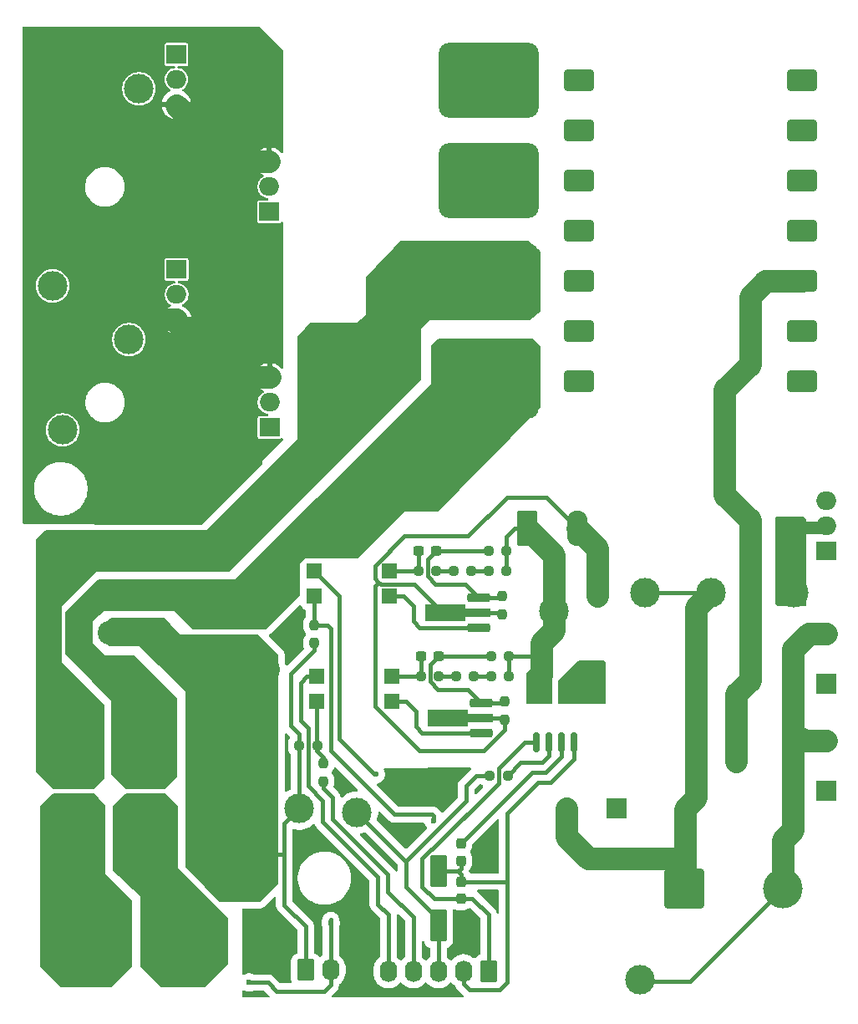
<source format=gbr>
%TF.GenerationSoftware,KiCad,Pcbnew,9.0.3*%
%TF.CreationDate,2025-08-21T00:43:34-03:00*%
%TF.ProjectId,PCB_Conversor,5043425f-436f-46e7-9665-72736f722e6b,rev?*%
%TF.SameCoordinates,Original*%
%TF.FileFunction,Copper,L2,Bot*%
%TF.FilePolarity,Positive*%
%FSLAX46Y46*%
G04 Gerber Fmt 4.6, Leading zero omitted, Abs format (unit mm)*
G04 Created by KiCad (PCBNEW 9.0.3) date 2025-08-21 00:43:34*
%MOMM*%
%LPD*%
G01*
G04 APERTURE LIST*
G04 Aperture macros list*
%AMRoundRect*
0 Rectangle with rounded corners*
0 $1 Rounding radius*
0 $2 $3 $4 $5 $6 $7 $8 $9 X,Y pos of 4 corners*
0 Add a 4 corners polygon primitive as box body*
4,1,4,$2,$3,$4,$5,$6,$7,$8,$9,$2,$3,0*
0 Add four circle primitives for the rounded corners*
1,1,$1+$1,$2,$3*
1,1,$1+$1,$4,$5*
1,1,$1+$1,$6,$7*
1,1,$1+$1,$8,$9*
0 Add four rect primitives between the rounded corners*
20,1,$1+$1,$2,$3,$4,$5,0*
20,1,$1+$1,$4,$5,$6,$7,0*
20,1,$1+$1,$6,$7,$8,$9,0*
20,1,$1+$1,$8,$9,$2,$3,0*%
%AMFreePoly0*
4,1,9,5.362500,-0.866500,1.237500,-0.866500,1.237500,-0.450000,-1.237500,-0.450000,-1.237500,0.450000,1.237500,0.450000,1.237500,0.866500,5.362500,0.866500,5.362500,-0.866500,5.362500,-0.866500,$1*%
G04 Aperture macros list end*
%TA.AperFunction,Conductor*%
%ADD10C,0.200000*%
%TD*%
%TA.AperFunction,ComponentPad*%
%ADD11C,8.636000*%
%TD*%
%TA.AperFunction,ComponentPad*%
%ADD12RoundRect,0.250000X0.620000X0.845000X-0.620000X0.845000X-0.620000X-0.845000X0.620000X-0.845000X0*%
%TD*%
%TA.AperFunction,ComponentPad*%
%ADD13O,1.740000X2.190000*%
%TD*%
%TA.AperFunction,ComponentPad*%
%ADD14C,3.000000*%
%TD*%
%TA.AperFunction,ComponentPad*%
%ADD15RoundRect,0.250001X-0.949999X0.949999X-0.949999X-0.949999X0.949999X-0.949999X0.949999X0.949999X0*%
%TD*%
%TA.AperFunction,ComponentPad*%
%ADD16C,2.400000*%
%TD*%
%TA.AperFunction,ComponentPad*%
%ADD17RoundRect,0.250000X-1.750000X-1.750000X1.750000X-1.750000X1.750000X1.750000X-1.750000X1.750000X0*%
%TD*%
%TA.AperFunction,ComponentPad*%
%ADD18C,4.000000*%
%TD*%
%TA.AperFunction,ComponentPad*%
%ADD19C,3.810000*%
%TD*%
%TA.AperFunction,ComponentPad*%
%ADD20RoundRect,0.249999X-0.790001X-1.550001X0.790001X-1.550001X0.790001X1.550001X-0.790001X1.550001X0*%
%TD*%
%TA.AperFunction,ComponentPad*%
%ADD21O,2.080000X3.600000*%
%TD*%
%TA.AperFunction,ComponentPad*%
%ADD22RoundRect,0.250000X-0.620000X-0.845000X0.620000X-0.845000X0.620000X0.845000X-0.620000X0.845000X0*%
%TD*%
%TA.AperFunction,ComponentPad*%
%ADD23RoundRect,1.143000X-3.937000X2.667000X-3.937000X-2.667000X3.937000X-2.667000X3.937000X2.667000X0*%
%TD*%
%TA.AperFunction,ComponentPad*%
%ADD24RoundRect,0.330000X-1.170000X-0.770000X1.170000X-0.770000X1.170000X0.770000X-1.170000X0.770000X0*%
%TD*%
%TA.AperFunction,ComponentPad*%
%ADD25R,2.000000X2.000000*%
%TD*%
%TA.AperFunction,ComponentPad*%
%ADD26C,2.000000*%
%TD*%
%TA.AperFunction,SMDPad,CuDef*%
%ADD27RoundRect,0.237500X-0.237500X0.300000X-0.237500X-0.300000X0.237500X-0.300000X0.237500X0.300000X0*%
%TD*%
%TA.AperFunction,SMDPad,CuDef*%
%ADD28RoundRect,0.237500X-0.250000X-0.237500X0.250000X-0.237500X0.250000X0.237500X-0.250000X0.237500X0*%
%TD*%
%TA.AperFunction,SMDPad,CuDef*%
%ADD29RoundRect,0.237500X0.250000X0.237500X-0.250000X0.237500X-0.250000X-0.237500X0.250000X-0.237500X0*%
%TD*%
%TA.AperFunction,SMDPad,CuDef*%
%ADD30RoundRect,0.150000X-0.150000X0.825000X-0.150000X-0.825000X0.150000X-0.825000X0.150000X0.825000X0*%
%TD*%
%TA.AperFunction,ComponentPad*%
%ADD31R,2.000000X1.905000*%
%TD*%
%TA.AperFunction,ComponentPad*%
%ADD32O,2.000000X1.905000*%
%TD*%
%TA.AperFunction,SMDPad,CuDef*%
%ADD33RoundRect,0.250000X0.550000X0.550000X-0.550000X0.550000X-0.550000X-0.550000X0.550000X-0.550000X0*%
%TD*%
%TA.AperFunction,SMDPad,CuDef*%
%ADD34RoundRect,0.225000X0.925000X0.225000X-0.925000X0.225000X-0.925000X-0.225000X0.925000X-0.225000X0*%
%TD*%
%TA.AperFunction,SMDPad,CuDef*%
%ADD35FreePoly0,180.000000*%
%TD*%
%TA.AperFunction,SMDPad,CuDef*%
%ADD36RoundRect,0.237500X-0.237500X0.250000X-0.237500X-0.250000X0.237500X-0.250000X0.237500X0.250000X0*%
%TD*%
%TA.AperFunction,SMDPad,CuDef*%
%ADD37RoundRect,0.237500X0.300000X0.237500X-0.300000X0.237500X-0.300000X-0.237500X0.300000X-0.237500X0*%
%TD*%
%TA.AperFunction,SMDPad,CuDef*%
%ADD38RoundRect,0.250000X0.600000X-1.400000X0.600000X1.400000X-0.600000X1.400000X-0.600000X-1.400000X0*%
%TD*%
%TA.AperFunction,SMDPad,CuDef*%
%ADD39RoundRect,0.237500X0.237500X-0.300000X0.237500X0.300000X-0.237500X0.300000X-0.237500X-0.300000X0*%
%TD*%
%TA.AperFunction,ViaPad*%
%ADD40C,0.600000*%
%TD*%
%TA.AperFunction,Conductor*%
%ADD41C,1.270000*%
%TD*%
%TA.AperFunction,Conductor*%
%ADD42C,0.406400*%
%TD*%
%TA.AperFunction,Conductor*%
%ADD43C,2.286000*%
%TD*%
G04 APERTURE END LIST*
D10*
%TO.N,Net-(D3-K)*%
X140258000Y-98690246D02*
X140258000Y-107326246D01*
X137464000Y-107326246D01*
X137337000Y-107199246D01*
X137337000Y-106437246D01*
X137337000Y-98436246D01*
X140004000Y-98436246D01*
X140258000Y-98690246D01*
%TA.AperFunction,Conductor*%
G36*
X140258000Y-98690246D02*
G01*
X140258000Y-107326246D01*
X137464000Y-107326246D01*
X137337000Y-107199246D01*
X137337000Y-106437246D01*
X137337000Y-98436246D01*
X140004000Y-98436246D01*
X140258000Y-98690246D01*
G37*
%TD.AperFunction*%
%TO.N,V_HVBus*%
X114541000Y-117232246D02*
X112128000Y-117232246D01*
X112128000Y-114311246D01*
X112636000Y-113803246D01*
X114541000Y-113803246D01*
X114541000Y-117232246D01*
%TA.AperFunction,Conductor*%
G36*
X114541000Y-117232246D02*
G01*
X112128000Y-117232246D01*
X112128000Y-114311246D01*
X112636000Y-113803246D01*
X114541000Y-113803246D01*
X114541000Y-117232246D01*
G37*
%TD.AperFunction*%
%TO.N,/Conversor/Medici\u00F3n corriente/Current_In*%
X120002000Y-113168246D02*
X120002000Y-117232246D01*
X115303000Y-117232246D01*
X115303000Y-115073246D01*
X117335000Y-113041246D01*
X119875000Y-113041246D01*
X120002000Y-113168246D01*
%TA.AperFunction,Conductor*%
G36*
X120002000Y-113168246D02*
G01*
X120002000Y-117232246D01*
X115303000Y-117232246D01*
X115303000Y-115073246D01*
X117335000Y-113041246D01*
X119875000Y-113041246D01*
X120002000Y-113168246D01*
G37*
%TD.AperFunction*%
%TO.N,Net-(C3-Pad1)*%
X113397710Y-71544995D02*
X113396465Y-77545745D01*
X112382000Y-78403246D01*
X102202001Y-78403246D01*
X101269000Y-79307757D01*
X101269000Y-84466246D01*
X81838000Y-103897246D01*
X68376000Y-103897246D01*
X64820000Y-107453246D01*
X64820000Y-113168246D01*
X69138000Y-117486246D01*
X69138000Y-124852246D01*
X68122000Y-125868246D01*
X64058000Y-125868246D01*
X62407000Y-124217246D01*
X62407000Y-100722246D01*
X63296000Y-99833246D01*
X79679848Y-99833246D01*
X88887000Y-90595246D01*
X88887000Y-80145218D01*
X90191370Y-78762362D01*
X94873860Y-78760087D01*
X95808000Y-77937300D01*
X95808000Y-74134009D01*
X99301000Y-70529246D01*
X112178812Y-70529246D01*
X113397710Y-71544995D01*
%TA.AperFunction,Conductor*%
G36*
X113397710Y-71544995D02*
G01*
X113396465Y-77545745D01*
X112382000Y-78403246D01*
X102202001Y-78403246D01*
X101269000Y-79307757D01*
X101269000Y-84466246D01*
X81838000Y-103897246D01*
X68376000Y-103897246D01*
X64820000Y-107453246D01*
X64820000Y-113168246D01*
X69138000Y-117486246D01*
X69138000Y-124852246D01*
X68122000Y-125868246D01*
X64058000Y-125868246D01*
X62407000Y-124217246D01*
X62407000Y-100722246D01*
X63296000Y-99833246D01*
X79679848Y-99833246D01*
X88887000Y-90595246D01*
X88887000Y-80145218D01*
X90191370Y-78762362D01*
X94873860Y-78760087D01*
X95808000Y-77937300D01*
X95808000Y-74134009D01*
X99301000Y-70529246D01*
X112178812Y-70529246D01*
X113397710Y-71544995D01*
G37*
%TD.AperFunction*%
%TO.N,Net-(Pwr+1-Pin_1)*%
X69265000Y-127646246D02*
X69265000Y-134631246D01*
X71932000Y-137298246D01*
X71932000Y-143902246D01*
X69900000Y-145934246D01*
X64820000Y-145934246D01*
X62788000Y-143902246D01*
X62788000Y-127773246D01*
X64058000Y-126503246D01*
X68122000Y-126503246D01*
X69265000Y-127646246D01*
%TA.AperFunction,Conductor*%
G36*
X69265000Y-127646246D02*
G01*
X69265000Y-134631246D01*
X71932000Y-137298246D01*
X71932000Y-143902246D01*
X69900000Y-145934246D01*
X64820000Y-145934246D01*
X62788000Y-143902246D01*
X62788000Y-127773246D01*
X64058000Y-126503246D01*
X68122000Y-126503246D01*
X69265000Y-127646246D01*
G37*
%TD.AperFunction*%
%TO.N,Net-(Pwr+2-Pin_1)*%
X76631000Y-127773246D02*
X76631000Y-133996246D01*
X81711000Y-139076246D01*
X81711000Y-143648246D01*
X79425000Y-145934246D01*
X74980000Y-145934246D01*
X72948000Y-143902246D01*
X72948000Y-136830651D01*
X70154000Y-134163651D01*
X70154000Y-127773246D01*
X71424000Y-126503246D01*
X75361000Y-126503246D01*
X76631000Y-127773246D01*
%TA.AperFunction,Conductor*%
G36*
X76631000Y-127773246D02*
G01*
X76631000Y-133996246D01*
X81711000Y-139076246D01*
X81711000Y-143648246D01*
X79425000Y-145934246D01*
X74980000Y-145934246D01*
X72948000Y-143902246D01*
X72948000Y-136830651D01*
X70154000Y-134163651D01*
X70154000Y-127773246D01*
X71424000Y-126503246D01*
X75361000Y-126503246D01*
X76631000Y-127773246D01*
G37*
%TD.AperFunction*%
%TO.N,Net-(C4-Pad1)*%
X113398000Y-81197246D02*
X113398000Y-87293246D01*
X103050335Y-97801246D01*
X99618000Y-97801246D01*
X94919000Y-102500246D01*
X89585000Y-102500246D01*
X88950000Y-103135246D01*
X88950000Y-106310246D01*
X85587000Y-109673246D01*
X78216000Y-109673246D01*
X76377000Y-107834246D01*
X69138000Y-107834246D01*
X67995000Y-108977246D01*
X67995000Y-111263246D01*
X69265000Y-112533246D01*
X72186000Y-112533246D01*
X76504000Y-116851246D01*
X76504000Y-124725246D01*
X75361000Y-125868246D01*
X71424000Y-125868246D01*
X70027000Y-124471246D01*
X70027000Y-116978246D01*
X65328000Y-112279246D01*
X65328000Y-108088246D01*
X68630000Y-104786246D01*
X82537000Y-104786246D01*
X102476000Y-84957738D01*
X102476000Y-81070246D01*
X103111000Y-80435246D01*
X112636000Y-80435246D01*
X113398000Y-81197246D01*
%TA.AperFunction,Conductor*%
G36*
X113398000Y-81197246D02*
G01*
X113398000Y-87293246D01*
X103050335Y-97801246D01*
X99618000Y-97801246D01*
X94919000Y-102500246D01*
X89585000Y-102500246D01*
X88950000Y-103135246D01*
X88950000Y-106310246D01*
X85587000Y-109673246D01*
X78216000Y-109673246D01*
X76377000Y-107834246D01*
X69138000Y-107834246D01*
X67995000Y-108977246D01*
X67995000Y-111263246D01*
X69265000Y-112533246D01*
X72186000Y-112533246D01*
X76504000Y-116851246D01*
X76504000Y-124725246D01*
X75361000Y-125868246D01*
X71424000Y-125868246D01*
X70027000Y-124471246D01*
X70027000Y-116978246D01*
X65328000Y-112279246D01*
X65328000Y-108088246D01*
X68630000Y-104786246D01*
X82537000Y-104786246D01*
X102476000Y-84957738D01*
X102476000Y-81070246D01*
X103111000Y-80435246D01*
X112636000Y-80435246D01*
X113398000Y-81197246D01*
G37*
%TD.AperFunction*%
%TO.N,GND_Cnv*%
X76885000Y-110374246D02*
X84759000Y-110374246D01*
X86791000Y-112406246D01*
X86791000Y-135520246D01*
X85013000Y-137298246D01*
X80949000Y-137298246D01*
X77520000Y-133869246D01*
X77520000Y-116089246D01*
X72821000Y-111390246D01*
X69773000Y-111390246D01*
X69011000Y-110628246D01*
X69011000Y-109612246D01*
X69900000Y-108723246D01*
X75234000Y-108723246D01*
X76885000Y-110374246D01*
%TA.AperFunction,Conductor*%
G36*
X76885000Y-110374246D02*
G01*
X84759000Y-110374246D01*
X86791000Y-112406246D01*
X86791000Y-135520246D01*
X85013000Y-137298246D01*
X80949000Y-137298246D01*
X77520000Y-133869246D01*
X77520000Y-116089246D01*
X72821000Y-111390246D01*
X69773000Y-111390246D01*
X69011000Y-110628246D01*
X69011000Y-109612246D01*
X69900000Y-108723246D01*
X75234000Y-108723246D01*
X76885000Y-110374246D01*
G37*
%TD.AperFunction*%
X83426000Y-56813246D02*
X83426000Y-89706246D01*
X85204000Y-91484246D01*
X85204000Y-93008246D01*
X79108000Y-99104246D01*
X68313000Y-99104246D01*
X68313000Y-91484246D01*
X78219000Y-81578246D01*
X78219000Y-56559246D01*
X79362000Y-55416246D01*
X82029000Y-55416246D01*
X83426000Y-56813246D01*
%TA.AperFunction,Conductor*%
G36*
X83426000Y-56813246D02*
G01*
X83426000Y-89706246D01*
X85204000Y-91484246D01*
X85204000Y-93008246D01*
X79108000Y-99104246D01*
X68313000Y-99104246D01*
X68313000Y-91484246D01*
X78219000Y-81578246D01*
X78219000Y-56559246D01*
X79362000Y-55416246D01*
X82029000Y-55416246D01*
X83426000Y-56813246D01*
G37*
%TD.AperFunction*%
%TD*%
D11*
%TO.P,Pwr+2,1,Pin_1*%
%TO.N,Net-(Pwr+2-Pin_1)*%
X77330000Y-141616246D03*
%TD*%
D12*
%TO.P,HMI_Signal_B1,1,Pin_1*%
%TO.N,5V_HMI*%
X108191000Y-144410246D03*
D13*
%TO.P,HMI_Signal_B1,2,Pin_2*%
%TO.N,GND_HMI*%
X105651000Y-144410246D03*
%TO.P,HMI_Signal_B1,3,Pin_3*%
%TO.N,VSens_Corriente*%
X103111000Y-144410246D03*
%TO.P,HMI_Signal_B1,4,Pin_4*%
%TO.N,Vsens_HV_HMI*%
X100571000Y-144410246D03*
%TO.P,HMI_Signal_B1,5,Pin_5*%
%TO.N,3V3_HMI*%
X98031000Y-144410246D03*
%TD*%
D14*
%TO.P,TP2,1,1*%
%TO.N,/Conversor/Modulo conmutador pushpull1/Load*%
X71742000Y-80435246D03*
%TD*%
D15*
%TO.P,C3,1*%
%TO.N,Net-(C3-Pad1)*%
X69723000Y-102659246D03*
D16*
%TO.P,C3,2*%
%TO.N,GND_Cnv*%
X69723000Y-110159246D03*
%TD*%
D15*
%TO.P,C4,1*%
%TO.N,Net-(C4-Pad1)*%
X85839000Y-106353492D03*
D16*
%TO.P,C4,2*%
%TO.N,GND_Cnv*%
X85839000Y-113853492D03*
%TD*%
D14*
%TO.P,TP5,1,1*%
%TO.N,/Conversor/Gnd_Inv*%
X123494000Y-145299246D03*
%TD*%
D17*
%TO.P,C5,1*%
%TO.N,Net-(D5-A)*%
X128003000Y-136028246D03*
D18*
%TO.P,C5,2*%
%TO.N,/Conversor/Gnd_Inv*%
X138003000Y-136028246D03*
%TD*%
D19*
%TO.P,F1,1*%
%TO.N,Net-(Pwr+1-Pin_1)*%
X65836000Y-133361246D03*
X65836000Y-128281246D03*
%TO.P,F1,2*%
%TO.N,Net-(C3-Pad1)*%
X65836000Y-124090246D03*
X65836000Y-119010246D03*
%TD*%
D14*
%TO.P,TP6,1,1*%
%TO.N,Gate_Input_A*%
X65011000Y-89579246D03*
%TD*%
D11*
%TO.P,Pwr+1,1,Pin_1*%
%TO.N,Net-(Pwr+1-Pin_1)*%
X67551000Y-141616246D03*
%TD*%
D14*
%TO.P,TP8,1,1*%
%TO.N,V_HVBus*%
X114795000Y-107961246D03*
%TD*%
%TO.P,TP7,1,1*%
%TO.N,Gate_Input_B*%
X63995000Y-74974246D03*
%TD*%
%TO.P,TP9,1,1*%
%TO.N,VSens_Corriente*%
X94856000Y-128314246D03*
%TD*%
D20*
%TO.P,HVDCBus_A1,1,Pin_1*%
%TO.N,V_HVBus*%
X112128000Y-99579246D03*
D21*
%TO.P,HVDCBus_A1,2,Pin_2*%
%TO.N,/Conversor/Gnd_Inv*%
X117208000Y-99579246D03*
%TD*%
D14*
%TO.P,TP4,1,1*%
%TO.N,Net-(D5-A)*%
X124002000Y-106056246D03*
%TD*%
D22*
%TO.P,12V_PwrCnv1,1,Pin_1*%
%TO.N,GND_Cnv*%
X89649000Y-144283246D03*
D13*
%TO.P,12V_PwrCnv1,2,Pin_2*%
%TO.N,12V_Cnv*%
X92189000Y-144283246D03*
%TD*%
D11*
%TO.P,Pwr-1,1,Pin_1*%
%TO.N,GND_Cnv*%
X82410000Y-123201246D03*
%TD*%
D14*
%TO.P,TP3,1,1*%
%TO.N,/Conversor/Modulo conmutador pushpull/Load*%
X72758000Y-55035246D03*
%TD*%
D23*
%TO.P,TR1,1*%
%TO.N,/Conversor/Modulo conmutador pushpull/Load*%
X108191000Y-54146246D03*
%TO.P,TR1,2*%
%TO.N,/Conversor/Modulo conmutador pushpull1/Load*%
X108191000Y-64306246D03*
%TO.P,TR1,3*%
%TO.N,Net-(C3-Pad1)*%
X108191000Y-74466246D03*
%TO.P,TR1,4*%
%TO.N,Net-(C4-Pad1)*%
X108191000Y-84626246D03*
D24*
%TO.P,TR1,5*%
%TO.N,Net-(D2-K)*%
X139941000Y-54146246D03*
%TO.P,TR1,6*%
%TO.N,Net-(D3-A2)*%
X139941000Y-74466246D03*
%TO.P,TR1,7*%
%TO.N,N/C*%
X117335000Y-54146246D03*
X139941000Y-59226246D03*
X117335000Y-59226246D03*
X139941000Y-64306246D03*
X117335000Y-64306246D03*
X139941000Y-69386246D03*
X117335000Y-69386246D03*
X117335000Y-74466246D03*
X139941000Y-79546246D03*
X117335000Y-79546246D03*
X139941000Y-84626246D03*
X117335000Y-84626246D03*
%TD*%
D11*
%TO.P,Pwr-2,1,Pin_1*%
%TO.N,GND_Cnv*%
X82410000Y-132599246D03*
%TD*%
D19*
%TO.P,F2,1*%
%TO.N,Net-(Pwr+2-Pin_1)*%
X73329000Y-133361246D03*
X73329000Y-128281246D03*
%TO.P,F2,2*%
%TO.N,Net-(C4-Pad1)*%
X73329000Y-124090246D03*
X73329000Y-119010246D03*
%TD*%
D14*
%TO.P,L1,1,1*%
%TO.N,Net-(D3-K)*%
X139115000Y-106056246D03*
%TO.P,L1,2,2*%
%TO.N,Net-(D5-A)*%
X130735000Y-106056246D03*
%TD*%
%TO.P,TP1,1,1*%
%TO.N,GND_Cnv*%
X89014000Y-127933246D03*
%TD*%
D25*
%TO.P,D4,1,K*%
%TO.N,Net-(D3-A2)*%
X142417000Y-126122246D03*
D26*
%TO.P,D4,2,A*%
%TO.N,/Conversor/Gnd_Inv*%
X142417000Y-121042246D03*
%TD*%
D27*
%TO.P,C12,1*%
%TO.N,Net-(U11-FILTER)*%
X105397000Y-131482746D03*
%TO.P,C12,2*%
%TO.N,GND_HMI*%
X105397000Y-133207746D03*
%TD*%
D28*
%TO.P,R36,1*%
%TO.N,Net-(R36-Pad1)*%
X108191000Y-103897246D03*
%TO.P,R36,2*%
%TO.N,V_HVBus*%
X110016000Y-103897246D03*
%TD*%
D25*
%TO.P,D5,1,K*%
%TO.N,/Conversor/Medici\u00F3n corriente/Current_In*%
X121147000Y-127900246D03*
D26*
%TO.P,D5,2,A*%
%TO.N,Net-(D5-A)*%
X116067000Y-127900246D03*
%TD*%
D29*
%TO.P,R34,1*%
%TO.N,V_HVBus*%
X110016000Y-101865246D03*
%TO.P,R34,2*%
%TO.N,Net-(U13-REF)*%
X108191000Y-101865246D03*
%TD*%
D30*
%TO.P,U11,1,IP+*%
%TO.N,V_HVBus*%
X113017000Y-116281246D03*
%TO.P,U11,2,IP+*%
X114287000Y-116281246D03*
%TO.P,U11,3,IP-*%
%TO.N,/Conversor/Medici\u00F3n corriente/Current_In*%
X115557000Y-116281246D03*
%TO.P,U11,4,IP-*%
X116827000Y-116281246D03*
%TO.P,U11,5,GND*%
%TO.N,GND_HMI*%
X116827000Y-121231246D03*
%TO.P,U11,6,FILTER*%
%TO.N,Net-(U11-FILTER)*%
X115557000Y-121231246D03*
%TO.P,U11,7,VIOUT*%
%TO.N,Net-(U11-VIOUT)*%
X114287000Y-121231246D03*
%TO.P,U11,8,VCC*%
%TO.N,5V_HMI*%
X113017000Y-121231246D03*
%TD*%
D31*
%TO.P,D3,1,A1*%
%TO.N,Net-(D2-K)*%
X142417000Y-101865246D03*
D32*
%TO.P,D3,2,K*%
%TO.N,Net-(D3-K)*%
X142417000Y-99325246D03*
%TO.P,D3,3,A2*%
%TO.N,Net-(D3-A2)*%
X142417000Y-96785246D03*
%TD*%
D28*
%TO.P,R38,1*%
%TO.N,Net-(C17-Pad2)*%
X101055500Y-103897246D03*
%TO.P,R38,2*%
%TO.N,Net-(R37-Pad1)*%
X102880500Y-103897246D03*
%TD*%
D33*
%TO.P,U14,1*%
%TO.N,Net-(C17-Pad2)*%
X98158000Y-103897246D03*
%TO.P,U14,2*%
%TO.N,Net-(U13-K)*%
X98158000Y-106437246D03*
%TO.P,U14,3*%
%TO.N,Net-(R39-Pad1)*%
X90538000Y-106437246D03*
%TO.P,U14,4*%
%TO.N,Vref_5V*%
X90538000Y-103897246D03*
%TD*%
D34*
%TO.P,U13,1,REF*%
%TO.N,Net-(U13-REF)*%
X107212000Y-106612246D03*
D35*
%TO.P,U13,2,A*%
%TO.N,/Conversor/Gnd_Inv*%
X107124500Y-108112246D03*
D34*
%TO.P,U13,3,K*%
%TO.N,Net-(U13-K)*%
X107212000Y-109612246D03*
%TD*%
D25*
%TO.P,D2,1,K*%
%TO.N,Net-(D2-K)*%
X142417000Y-115327246D03*
D26*
%TO.P,D2,2,A*%
%TO.N,/Conversor/Gnd_Inv*%
X142417000Y-110247246D03*
%TD*%
D29*
%TO.P,R46,1*%
%TO.N,Net-(R46-Pad1)*%
X90815500Y-121550246D03*
%TO.P,R46,2*%
%TO.N,GND_Cnv*%
X88990500Y-121550246D03*
%TD*%
D31*
%TO.P,Q18,1,G*%
%TO.N,Net-(Q18-G)*%
X76545000Y-51542746D03*
D32*
%TO.P,Q18,2,D*%
%TO.N,/Conversor/Modulo conmutador pushpull/Load*%
X76545000Y-54082746D03*
%TO.P,Q18,3,S*%
%TO.N,GND_Cnv*%
X76545000Y-56622746D03*
%TD*%
D36*
%TO.P,R47,1*%
%TO.N,Net-(R46-Pad1)*%
X91427000Y-123337746D03*
%TO.P,R47,2*%
%TO.N,Vsens_HV_HMI*%
X91427000Y-125162746D03*
%TD*%
D37*
%TO.P,C18,1*%
%TO.N,Net-(U15-REF)*%
X103084499Y-112533246D03*
%TO.P,C18,2*%
%TO.N,Net-(C18-Pad2)*%
X101359499Y-112533246D03*
%TD*%
D33*
%TO.P,U16,1*%
%TO.N,Net-(C18-Pad2)*%
X98412000Y-114565246D03*
%TO.P,U16,2*%
%TO.N,Net-(U15-K)*%
X98412000Y-117105246D03*
%TO.P,U16,3*%
%TO.N,Net-(R46-Pad1)*%
X90792000Y-117105246D03*
%TO.P,U16,4*%
%TO.N,3V3_HMI*%
X90792000Y-114565246D03*
%TD*%
D31*
%TO.P,Q21,1,G*%
%TO.N,Net-(Q21-G)*%
X85989000Y-89325246D03*
D32*
%TO.P,Q21,2,D*%
%TO.N,/Conversor/Modulo conmutador pushpull1/Load*%
X85989000Y-86785246D03*
%TO.P,Q21,3,S*%
%TO.N,GND_Cnv*%
X85989000Y-84245246D03*
%TD*%
D29*
%TO.P,R27,1*%
%TO.N,Net-(U11-VIOUT)*%
X110119500Y-124598246D03*
%TO.P,R27,2*%
%TO.N,VSens_Corriente*%
X108294500Y-124598246D03*
%TD*%
D31*
%TO.P,Q15,1,G*%
%TO.N,Net-(Q15-G)*%
X85966000Y-67481246D03*
D32*
%TO.P,Q15,2,D*%
%TO.N,/Conversor/Modulo conmutador pushpull/Load*%
X85966000Y-64941246D03*
%TO.P,Q15,3,S*%
%TO.N,GND_Cnv*%
X85966000Y-62401246D03*
%TD*%
D28*
%TO.P,R45,1*%
%TO.N,Net-(C18-Pad2)*%
X101309500Y-114565246D03*
%TO.P,R45,2*%
%TO.N,Net-(R44-Pad1)*%
X103134500Y-114565246D03*
%TD*%
D36*
%TO.P,R35,1*%
%TO.N,Net-(U13-REF)*%
X109588000Y-106413746D03*
%TO.P,R35,2*%
%TO.N,/Conversor/Gnd_Inv*%
X109588000Y-108238746D03*
%TD*%
%TO.P,R39,1*%
%TO.N,Net-(R39-Pad1)*%
X90538000Y-109358246D03*
%TO.P,R39,2*%
%TO.N,GND_Cnv*%
X90538000Y-111183246D03*
%TD*%
%TO.P,R42,1*%
%TO.N,Net-(U15-REF)*%
X109842000Y-117081745D03*
%TO.P,R42,2*%
%TO.N,/Conversor/Gnd_Inv*%
X109842000Y-118906745D03*
%TD*%
D28*
%TO.P,R44,1*%
%TO.N,Net-(R44-Pad1)*%
X104889000Y-114565246D03*
%TO.P,R44,2*%
%TO.N,Net-(R43-Pad1)*%
X106714000Y-114565246D03*
%TD*%
D29*
%TO.P,R41,1*%
%TO.N,V_HVBus*%
X110270000Y-112533246D03*
%TO.P,R41,2*%
%TO.N,Net-(U15-REF)*%
X108445000Y-112533246D03*
%TD*%
D37*
%TO.P,C17,1*%
%TO.N,Net-(U13-REF)*%
X102830500Y-101865246D03*
%TO.P,C17,2*%
%TO.N,Net-(C17-Pad2)*%
X101105500Y-101865246D03*
%TD*%
D38*
%TO.P,D10,1,K*%
%TO.N,VSens_Corriente*%
X103111000Y-139794246D03*
%TO.P,D10,2,A*%
%TO.N,GND_HMI*%
X103111000Y-134294246D03*
%TD*%
D34*
%TO.P,U15,1,REF*%
%TO.N,Net-(U15-REF)*%
X107466000Y-117280245D03*
D35*
%TO.P,U15,2,A*%
%TO.N,/Conversor/Gnd_Inv*%
X107378500Y-118780245D03*
D34*
%TO.P,U15,3,K*%
%TO.N,Net-(U15-K)*%
X107466000Y-120280245D03*
%TD*%
D28*
%TO.P,R37,1*%
%TO.N,Net-(R37-Pad1)*%
X104635000Y-103897246D03*
%TO.P,R37,2*%
%TO.N,Net-(R36-Pad1)*%
X106460000Y-103897246D03*
%TD*%
%TO.P,R43,1*%
%TO.N,Net-(R43-Pad1)*%
X108445000Y-114565246D03*
%TO.P,R43,2*%
%TO.N,V_HVBus*%
X110270000Y-114565246D03*
%TD*%
D39*
%TO.P,C13,1*%
%TO.N,5V_HMI*%
X105397000Y-137044246D03*
%TO.P,C13,2*%
%TO.N,GND_HMI*%
X105397000Y-135319246D03*
%TD*%
D31*
%TO.P,Q24,1,G*%
%TO.N,Net-(Q24-G)*%
X76568000Y-73323246D03*
D32*
%TO.P,Q24,2,D*%
%TO.N,/Conversor/Modulo conmutador pushpull1/Load*%
X76568000Y-75863246D03*
%TO.P,Q24,3,S*%
%TO.N,GND_Cnv*%
X76568000Y-78403246D03*
%TD*%
D40*
%TO.N,GND_Cnv*%
X79108000Y-98469246D03*
X75298000Y-97199246D03*
X72758000Y-95929246D03*
X72758000Y-98469246D03*
X79108000Y-97199246D03*
X79108000Y-95929246D03*
X77838000Y-94659246D03*
X79044000Y-113676246D03*
X78155000Y-112787246D03*
X80378000Y-95929246D03*
X77266000Y-112787246D03*
X74028000Y-94659246D03*
X77838000Y-95929246D03*
X79044000Y-111009246D03*
X77266000Y-111009246D03*
X74028000Y-95929246D03*
X78155000Y-111898246D03*
X74028000Y-98469246D03*
X75298000Y-95929246D03*
X80378000Y-94659246D03*
X76568000Y-98469246D03*
X76568000Y-94659246D03*
X74028000Y-97199246D03*
X81648000Y-94659246D03*
X79933000Y-114565246D03*
X79933000Y-113676246D03*
X79044000Y-112787246D03*
X77838000Y-98469246D03*
X79044000Y-111898246D03*
X81648000Y-95929246D03*
X79933000Y-111898246D03*
X79108000Y-94659246D03*
X75298000Y-98469246D03*
X79933000Y-112787246D03*
X78155000Y-114565246D03*
X71361000Y-97199246D03*
X77266000Y-113676246D03*
X71361000Y-98469246D03*
X76568000Y-95929246D03*
X78155000Y-113676246D03*
X79044000Y-114565246D03*
X78155000Y-111009246D03*
X77838000Y-97199246D03*
X76568000Y-97199246D03*
X79933000Y-111009246D03*
X77266000Y-114565246D03*
X80378000Y-97199246D03*
X75298000Y-94659246D03*
X77266000Y-111898246D03*
X72758000Y-97199246D03*
%TO.N,12V_Cnv*%
X83934000Y-145553246D03*
X92189000Y-139490246D03*
%TO.N,Net-(C4-Pad1)*%
X73583000Y-107072246D03*
X93459000Y-95548246D03*
X88887000Y-100120246D03*
X91554000Y-100120246D03*
X88887000Y-101009246D03*
X96126000Y-98215246D03*
X88887000Y-99231246D03*
X97015000Y-95548246D03*
X81394000Y-109010246D03*
X97015000Y-96437246D03*
X91554000Y-101009246D03*
X95237000Y-95548246D03*
X96126000Y-97326246D03*
X72714044Y-107090868D03*
X93459000Y-96437246D03*
X79597378Y-107252290D03*
X72694000Y-105294246D03*
X94329378Y-95548246D03*
X71805000Y-106183246D03*
X89776000Y-101898246D03*
X87109000Y-104565246D03*
X70916000Y-107072246D03*
X89776000Y-99231246D03*
X80505000Y-108121246D03*
X71805000Y-105294246D03*
X89776000Y-100120246D03*
X89776000Y-98342246D03*
X94348000Y-94659246D03*
X93459000Y-94659246D03*
X82283000Y-105454246D03*
X95237000Y-94659246D03*
X86220000Y-101898246D03*
X87109000Y-102787246D03*
X86220000Y-102787246D03*
X70916000Y-105294246D03*
X97015000Y-98215246D03*
X95237000Y-97326246D03*
X87998000Y-103676246D03*
X94348000Y-97326246D03*
X79616000Y-108121246D03*
X91554000Y-101898246D03*
X90665000Y-100120246D03*
X96126000Y-95548246D03*
X95237000Y-98215246D03*
X79616000Y-105454246D03*
X73583000Y-106183246D03*
X94348000Y-96437246D03*
X87998000Y-104565246D03*
X87998000Y-100120246D03*
X70916000Y-106183246D03*
X79616000Y-109010246D03*
X82283000Y-107232246D03*
X96126000Y-96437246D03*
X71805000Y-107072246D03*
X92443000Y-101009246D03*
X89776000Y-101009246D03*
X96126000Y-99104246D03*
X81394000Y-106343246D03*
X72694000Y-106183246D03*
X92443000Y-101898246D03*
X87998000Y-105454246D03*
X73583000Y-105294246D03*
X86220000Y-103676246D03*
X92570000Y-95548246D03*
X82283000Y-106343246D03*
X80505000Y-107232246D03*
X82283000Y-109010246D03*
X97904000Y-96437246D03*
X81394000Y-105454246D03*
X87109000Y-103676246D03*
X95237000Y-93770246D03*
X94348000Y-93770246D03*
X90665000Y-99231246D03*
X79616000Y-106343246D03*
X81394000Y-108121246D03*
X85331000Y-102787246D03*
X82283000Y-108121246D03*
X80505000Y-109010246D03*
X90665000Y-101009246D03*
X97904000Y-97326246D03*
X81394000Y-107232246D03*
X97015000Y-97326246D03*
X80505000Y-106343246D03*
X96126000Y-94659246D03*
X95237000Y-96437246D03*
X90665000Y-101898246D03*
X80505000Y-105454246D03*
%TO.N,Vref_5V*%
X96761000Y-124471246D03*
%TO.N,/Conversor/Medici\u00F3n corriente/Current_In*%
X119684000Y-116089246D03*
X118922000Y-114565246D03*
X119684000Y-115327246D03*
X118160000Y-116089246D03*
X119684000Y-114565246D03*
X118160000Y-114565246D03*
X118922000Y-116089246D03*
X118160000Y-115327246D03*
X118922000Y-115327246D03*
X119684000Y-116851246D03*
X118922000Y-116851246D03*
X118160000Y-116851246D03*
%TO.N,Net-(R39-Pad1)*%
X102603000Y-129170246D03*
%TO.N,Net-(D3-A2)*%
X133273000Y-122439246D03*
X132511000Y-122439246D03*
X134035000Y-121677246D03*
X133273000Y-123201246D03*
X134035000Y-122439246D03*
X132511000Y-121677246D03*
X133273000Y-121677246D03*
X134035000Y-123201246D03*
X132511000Y-123201246D03*
%TO.N,/Conversor/Gnd_Inv*%
X119938000Y-104913246D03*
X119176000Y-105675246D03*
X119938000Y-106437246D03*
X119176000Y-106437246D03*
X119176000Y-104913246D03*
X119938000Y-105675246D03*
X118414000Y-106437246D03*
X118414000Y-105675246D03*
X118414000Y-104913246D03*
%TD*%
D41*
%TO.N,Net-(D3-K)*%
X142257000Y-99485246D02*
X138988000Y-99485246D01*
X142417000Y-99325246D02*
X142257000Y-99485246D01*
D42*
%TO.N,GND_Cnv*%
X89014000Y-121573746D02*
X89014000Y-127933246D01*
X88125000Y-114311246D02*
X88125000Y-118946746D01*
X87490000Y-129457246D02*
X89014000Y-127933246D01*
X90538000Y-111898246D02*
X88125000Y-114311246D01*
X90538000Y-111183246D02*
X90538000Y-111898246D01*
X88125000Y-119541746D02*
X88990500Y-120407246D01*
D43*
X74028000Y-77575014D02*
X74856232Y-78403246D01*
D42*
X88990500Y-120915246D02*
X88990500Y-120407246D01*
D43*
X74856232Y-78403246D02*
X76568000Y-78403246D01*
X76568000Y-78657246D02*
X78133000Y-80222246D01*
X82791000Y-63671246D02*
X82791000Y-68497246D01*
D42*
X82410000Y-132599246D02*
X87490000Y-132599246D01*
D43*
X82410000Y-62528246D02*
X83934000Y-62528246D01*
X82791000Y-68497246D02*
X81013000Y-70275246D01*
X76568000Y-56686246D02*
X82410000Y-62528246D01*
D42*
X88990500Y-121550246D02*
X88990500Y-120915246D01*
X88125000Y-118946746D02*
X88125000Y-119541746D01*
X89649000Y-139871246D02*
X87490000Y-137712246D01*
D43*
X75552000Y-70275246D02*
X74028000Y-71799246D01*
X83934000Y-62528246D02*
X82791000Y-63671246D01*
X79149000Y-80222246D02*
X83172000Y-84245246D01*
X78133000Y-80222246D02*
X79149000Y-80222246D01*
X83934000Y-62528246D02*
X84061000Y-62401246D01*
X74028000Y-71799246D02*
X74028000Y-77575014D01*
X84061000Y-62401246D02*
X85966000Y-62401246D01*
D42*
X87490000Y-132599246D02*
X87490000Y-129457246D01*
X87490000Y-137712246D02*
X87490000Y-132599246D01*
D43*
X83172000Y-84245246D02*
X85989000Y-84245246D01*
D42*
X88990500Y-121550246D02*
X89014000Y-121573746D01*
X89649000Y-139871246D02*
X89649000Y-144283246D01*
D43*
X76568000Y-78403246D02*
X76568000Y-78657246D01*
X81013000Y-70275246D02*
X75552000Y-70275246D01*
%TO.N,Net-(C3-Pad1)*%
X66916000Y-102627246D02*
X69691000Y-102627246D01*
X63741000Y-105802246D02*
X66916000Y-102627246D01*
X69723000Y-102659246D02*
X69755000Y-102627246D01*
X65836000Y-119010246D02*
X65836000Y-124090246D01*
X69691000Y-102627246D02*
X69723000Y-102659246D01*
X63741000Y-113454396D02*
X63741000Y-105802246D01*
%TO.N,Net-(D5-A)*%
X116067000Y-130785246D02*
X116067000Y-127900246D01*
X118262000Y-132980246D02*
X116067000Y-130785246D01*
X128066000Y-127964246D02*
X128066000Y-135965246D01*
X129209000Y-107582246D02*
X129209000Y-126821246D01*
X130735000Y-106056246D02*
X129209000Y-107582246D01*
X128066000Y-135965246D02*
X128003000Y-136028246D01*
X126893000Y-132980246D02*
X118262000Y-132980246D01*
D42*
X124002000Y-106056246D02*
X130735000Y-106056246D01*
D43*
X129209000Y-126821246D02*
X128066000Y-127964246D01*
D42*
%TO.N,12V_Cnv*%
X92189000Y-144283246D02*
X92189000Y-139203246D01*
X85839000Y-145553246D02*
X86728000Y-146442246D01*
X86728000Y-146442246D02*
X91554000Y-146442246D01*
X92189000Y-145807246D02*
X92189000Y-144283246D01*
X91554000Y-146442246D02*
X92189000Y-145807246D01*
X83934000Y-145553246D02*
X85839000Y-145553246D01*
D43*
%TO.N,Net-(C4-Pad1)*%
X96333000Y-98516246D02*
X102857000Y-91992246D01*
X85839000Y-106353492D02*
X85839000Y-104151246D01*
X85839000Y-104151246D02*
X91474000Y-98516246D01*
X73329000Y-124090246D02*
X73329000Y-119010246D01*
D42*
%TO.N,Net-(U11-FILTER)*%
X115557000Y-122693246D02*
X115557000Y-121231246D01*
X105397000Y-131482746D02*
X112599000Y-124280746D01*
X112599000Y-124280746D02*
X113969500Y-124280746D01*
X113969500Y-124280746D02*
X115557000Y-122693246D01*
%TO.N,GND_HMI*%
X103111000Y-134294246D02*
X105099000Y-134294246D01*
X110096000Y-129551246D02*
X110096000Y-132091246D01*
X106286000Y-146315246D02*
X109334000Y-146315246D01*
X105397000Y-135319246D02*
X105397000Y-134592246D01*
X110096000Y-132091246D02*
X110096000Y-135266246D01*
X105651000Y-145680246D02*
X106286000Y-146315246D01*
X116827000Y-122947246D02*
X116827000Y-121231246D01*
X110096000Y-135266246D02*
X110043000Y-135319246D01*
X113207500Y-125296746D02*
X114477500Y-125296746D01*
X105397000Y-134592246D02*
X105099000Y-134294246D01*
X105651000Y-144410246D02*
X105651000Y-145680246D01*
X110096000Y-128408246D02*
X113207500Y-125296746D01*
X105397000Y-133996246D02*
X105397000Y-133207746D01*
X110096000Y-145553246D02*
X110096000Y-132091246D01*
X105099000Y-134294246D02*
X105397000Y-133996246D01*
X110043000Y-135319246D02*
X105397000Y-135319246D01*
X114477500Y-125296746D02*
X116827000Y-122947246D01*
X109334000Y-146315246D02*
X110096000Y-145553246D01*
X110096000Y-129551246D02*
X110096000Y-128408246D01*
%TO.N,Vref_5V*%
X93078000Y-120915246D02*
X93078000Y-106437246D01*
X96634000Y-124471246D02*
X93078000Y-120915246D01*
X93078000Y-106437246D02*
X90538000Y-103897246D01*
X96761000Y-124471246D02*
X96634000Y-124471246D01*
%TO.N,Net-(U13-REF)*%
X105832800Y-105233046D02*
X107212000Y-106612246D01*
X101988800Y-102706946D02*
X101988800Y-104407128D01*
X102814718Y-105233046D02*
X105832800Y-105233046D01*
X101988800Y-104407128D02*
X102814718Y-105233046D01*
X102830500Y-101865246D02*
X108191000Y-101865246D01*
X107212000Y-106612246D02*
X109389500Y-106612246D01*
X102830500Y-101865246D02*
X101988800Y-102706946D01*
X109389500Y-106612246D02*
X109588000Y-106413746D01*
%TO.N,Net-(C17-Pad2)*%
X98158000Y-103897246D02*
X101055500Y-103897246D01*
X101055500Y-103770246D02*
X101055500Y-103897246D01*
X101132000Y-102145746D02*
X101132000Y-103820746D01*
X101105500Y-101865246D02*
X101105500Y-102119246D01*
X101105500Y-102119246D02*
X101132000Y-102145746D01*
X101132000Y-103820746D02*
X101055500Y-103897246D01*
%TO.N,Net-(C18-Pad2)*%
X101359500Y-112533246D02*
X101359500Y-112787246D01*
X101386000Y-114488746D02*
X101309500Y-114565246D01*
X101359500Y-112787246D02*
X101386000Y-112813746D01*
X98412000Y-114565246D02*
X101309500Y-114565246D01*
X101309500Y-114438246D02*
X101309500Y-114565246D01*
X101386000Y-112813746D02*
X101386000Y-114488746D01*
%TO.N,Net-(U15-REF)*%
X106086800Y-115901046D02*
X107466000Y-117280246D01*
X109643500Y-117280246D02*
X109842000Y-117081746D01*
X103084500Y-112533246D02*
X108445000Y-112533246D01*
X102242800Y-113374946D02*
X102242800Y-115075128D01*
X102242800Y-115075128D02*
X103068718Y-115901046D01*
X107466000Y-117280246D02*
X109643500Y-117280246D01*
X103068718Y-115901046D02*
X106086800Y-115901046D01*
X103084500Y-112533246D02*
X102242800Y-113374946D01*
%TO.N,5V_HMI*%
X102381894Y-132091246D02*
X101460000Y-133013140D01*
X109207000Y-125360246D02*
X102476000Y-132091246D01*
X101460000Y-133013140D02*
X101460000Y-135843252D01*
X102476000Y-132091246D02*
X102381894Y-132091246D01*
X113017000Y-121231246D02*
X111812000Y-121231246D01*
X102660994Y-137044246D02*
X106540000Y-137044246D01*
X106540000Y-137044246D02*
X108191000Y-138695246D01*
X108191000Y-138695246D02*
X108191000Y-144410246D01*
X101460000Y-135843252D02*
X102660994Y-137044246D01*
X111812000Y-121231246D02*
X109207000Y-123836246D01*
X109207000Y-123836246D02*
X109207000Y-125360246D01*
%TO.N,VSens_Corriente*%
X99776000Y-133234246D02*
X94856000Y-128314246D01*
X103111000Y-139794246D02*
X103111000Y-139203246D01*
X103111000Y-144410246D02*
X103111000Y-139794246D01*
X99809000Y-133234246D02*
X99776000Y-133234246D01*
X106921000Y-124598246D02*
X108398000Y-124598246D01*
X105905000Y-127138246D02*
X105905000Y-125614246D01*
X103111000Y-139203246D02*
X99809000Y-135901246D01*
X99809000Y-133234246D02*
X100063000Y-132980246D01*
X105905000Y-125614246D02*
X106921000Y-124598246D01*
X99809000Y-135901246D02*
X99809000Y-133234246D01*
X100063000Y-132980246D02*
X105905000Y-127138246D01*
%TO.N,Net-(U11-VIOUT)*%
X114287000Y-122566246D02*
X113588500Y-123264746D01*
X111453000Y-123264746D02*
X110119500Y-124598246D01*
X113588500Y-123264746D02*
X111453000Y-123264746D01*
X114287000Y-122566246D02*
X114287000Y-121231246D01*
D43*
%TO.N,V_HVBus*%
X113525000Y-114438246D02*
X113525000Y-112533246D01*
D42*
X110016000Y-101865246D02*
X110016000Y-103897246D01*
X110858000Y-99579246D02*
X112128000Y-99579246D01*
X110270000Y-112533246D02*
X110270000Y-113549246D01*
X110016000Y-101865246D02*
X110016000Y-100421246D01*
D43*
X113525000Y-111136246D02*
X114795000Y-109866246D01*
D42*
X110016000Y-100421246D02*
X110858000Y-99579246D01*
D43*
X113525000Y-112533246D02*
X113525000Y-111136246D01*
D42*
X110270000Y-112533246D02*
X113525000Y-112533246D01*
D43*
X114795000Y-102246246D02*
X112128000Y-99579246D01*
D42*
X110270000Y-113549246D02*
X110270000Y-114565246D01*
D43*
X114795000Y-109866246D02*
X114795000Y-102246246D01*
D42*
%TO.N,Net-(R36-Pad1)*%
X106460000Y-103897246D02*
X108191000Y-103897246D01*
%TO.N,Net-(R37-Pad1)*%
X104635000Y-103897246D02*
X102880500Y-103897246D01*
%TO.N,Net-(R39-Pad1)*%
X102603000Y-129170246D02*
X102603000Y-128662246D01*
X102476000Y-128535246D02*
X98666000Y-128535246D01*
X92189000Y-122058246D02*
X92189000Y-109715746D01*
X102603000Y-128662246D02*
X102476000Y-128535246D01*
X90538000Y-108064746D02*
X90538000Y-109358246D01*
X90538000Y-106437246D02*
X90538000Y-108064746D01*
X91831500Y-109358246D02*
X90538000Y-109358246D01*
X92189000Y-109715746D02*
X91831500Y-109358246D01*
X98666000Y-128535246D02*
X92189000Y-122058246D01*
%TO.N,Net-(R44-Pad1)*%
X104889000Y-114565246D02*
X103134500Y-114565246D01*
%TO.N,Net-(R46-Pad1)*%
X90792000Y-122091246D02*
X91427000Y-122726246D01*
X90792000Y-117105246D02*
X90792000Y-122091246D01*
X91427000Y-122726246D02*
X91427000Y-123337746D01*
%TO.N,Net-(R43-Pad1)*%
X106714000Y-114565246D02*
X108445000Y-114565246D01*
%TO.N,Net-(U13-K)*%
X107212000Y-109612246D02*
X101206000Y-109612246D01*
X99555000Y-106437246D02*
X98158000Y-106437246D01*
X100571000Y-107453246D02*
X99555000Y-106437246D01*
X100571000Y-108977246D02*
X100571000Y-107453246D01*
X101206000Y-109612246D02*
X100571000Y-108977246D01*
%TO.N,Net-(U15-K)*%
X100825000Y-118121246D02*
X99809000Y-117105246D01*
X100825000Y-119645246D02*
X100825000Y-118121246D01*
X99809000Y-117105246D02*
X98412000Y-117105246D01*
X101460000Y-120280246D02*
X100825000Y-119645246D01*
X107466000Y-120280246D02*
X101460000Y-120280246D01*
D43*
%TO.N,Net-(Pwr+1-Pin_1)*%
X67551000Y-135076246D02*
X65836000Y-133361246D01*
X65836000Y-133361246D02*
X65836000Y-128281246D01*
X67551000Y-141616246D02*
X67551000Y-135076246D01*
%TO.N,Net-(Pwr+2-Pin_1)*%
X77330000Y-141616246D02*
X77330000Y-137362246D01*
X77330000Y-137362246D02*
X73329000Y-133361246D01*
X73329000Y-133361246D02*
X73329000Y-128281246D01*
%TO.N,Net-(D3-A2)*%
X132067000Y-96120246D02*
X134670000Y-98723246D01*
X139941000Y-74466246D02*
X136258000Y-74466246D01*
X132067000Y-85515246D02*
X132067000Y-96120246D01*
X136258000Y-74466246D02*
X134670000Y-76054246D01*
X134670000Y-114946246D02*
X133273000Y-116343246D01*
X134670000Y-76054246D02*
X134670000Y-82912246D01*
X134670000Y-82912246D02*
X132067000Y-85515246D01*
X133273000Y-116343246D02*
X133273000Y-123201246D01*
X134670000Y-98723246D02*
X134670000Y-114946246D01*
D42*
%TO.N,3V3_HMI*%
X89141000Y-115200246D02*
X89141000Y-119010246D01*
X91380000Y-129283246D02*
X96968000Y-134871246D01*
X96968000Y-137632246D02*
X98031000Y-138695246D01*
X98031000Y-138695246D02*
X98031000Y-144410246D01*
X90792000Y-114565246D02*
X89776000Y-114565246D01*
X96968000Y-134871246D02*
X96968000Y-137632246D01*
X89141000Y-119010246D02*
X89903000Y-119772246D01*
X89776000Y-114565246D02*
X89141000Y-115200246D01*
X89903000Y-119772246D02*
X89903000Y-125647246D01*
X91380000Y-127124246D02*
X91380000Y-129283246D01*
X89903000Y-125647246D02*
X91380000Y-127124246D01*
%TO.N,Vsens_HV_HMI*%
X92332500Y-126790246D02*
X92332500Y-128965746D01*
X100571000Y-138949246D02*
X100571000Y-144410246D01*
X97984000Y-136362246D02*
X100571000Y-138949246D01*
X91427000Y-125162746D02*
X91427000Y-125884746D01*
X97984000Y-134617246D02*
X97984000Y-136362246D01*
X92332500Y-128965746D02*
X97984000Y-134617246D01*
X91427000Y-125884746D02*
X92332500Y-126790246D01*
%TO.N,/Conversor/Gnd_Inv*%
X96699694Y-104659246D02*
X96699694Y-103320858D01*
D43*
X140639000Y-110247246D02*
X142417000Y-110247246D01*
X138988000Y-130123246D02*
X138988000Y-120915246D01*
D42*
X114033000Y-96404246D02*
X117208000Y-99579246D01*
X99679306Y-100341246D02*
X106095000Y-100341246D01*
X101206000Y-122058246D02*
X107734057Y-122058246D01*
X110032000Y-96404246D02*
X114033000Y-96404246D01*
X100636694Y-105233046D02*
X97273494Y-105233046D01*
X123621000Y-145426246D02*
X128605000Y-145426246D01*
X96697000Y-117549246D02*
X101206000Y-122058246D01*
X96699694Y-103320858D02*
X99679306Y-100341246D01*
D43*
X138003000Y-136028246D02*
X138003000Y-131108246D01*
X138988000Y-120915246D02*
X140004000Y-120915246D01*
D42*
X96697000Y-105358246D02*
X96697000Y-117549246D01*
X109842000Y-119950303D02*
X109842000Y-118906745D01*
D43*
X140004000Y-120915246D02*
X140131000Y-121042246D01*
X139115000Y-111771246D02*
X140639000Y-110247246D01*
X138988000Y-120915246D02*
X138988000Y-111771246D01*
D42*
X107378500Y-118780246D02*
X108234000Y-118780246D01*
X107124500Y-108112246D02*
X103515894Y-108112246D01*
X109461000Y-108111746D02*
X109588000Y-108238746D01*
X108234500Y-118779746D02*
X109715000Y-118779746D01*
D43*
X138988000Y-111771246D02*
X139115000Y-111771246D01*
X138003000Y-131108246D02*
X138988000Y-130123246D01*
D42*
X107124500Y-108112246D02*
X107980000Y-108112246D01*
X108234000Y-118780246D02*
X108234500Y-118779746D01*
X123494000Y-145299246D02*
X123621000Y-145426246D01*
X107980500Y-108111746D02*
X109461000Y-108111746D01*
X103515894Y-108112246D02*
X100636694Y-105233046D01*
X107980000Y-108112246D02*
X107980500Y-108111746D01*
X109715000Y-118779746D02*
X109842000Y-118906746D01*
D43*
X140131000Y-121042246D02*
X142417000Y-121042246D01*
X119176000Y-106437246D02*
X119176000Y-101547246D01*
D42*
X97047847Y-105007399D02*
X96697000Y-105358246D01*
X97273494Y-105233046D02*
X97047847Y-105007399D01*
X109945501Y-119010246D02*
X109842000Y-118906745D01*
D43*
X119176000Y-101547246D02*
X117208000Y-99579246D01*
D42*
X107734057Y-122058246D02*
X109842000Y-119950303D01*
X97047847Y-105007399D02*
X96699694Y-104659246D01*
X106095000Y-100341246D02*
X110032000Y-96404246D01*
X128605000Y-145426246D02*
X138003000Y-136028246D01*
%TD*%
%TA.AperFunction,Conductor*%
%TO.N,GND_Cnv*%
G36*
X84996177Y-48735431D02*
G01*
X85016819Y-48752065D01*
X87326681Y-51061927D01*
X87360166Y-51123250D01*
X87363000Y-51149608D01*
X87363000Y-61405900D01*
X87343315Y-61472939D01*
X87290511Y-61518694D01*
X87221353Y-61528638D01*
X87157797Y-61499613D01*
X87138683Y-61478787D01*
X87121405Y-61455006D01*
X86959742Y-61293343D01*
X86774776Y-61158957D01*
X86571068Y-61055163D01*
X86353625Y-60984511D01*
X86353626Y-60984511D01*
X86216000Y-60962713D01*
X86216000Y-61910498D01*
X86178292Y-61888728D01*
X86038409Y-61851246D01*
X85893591Y-61851246D01*
X85753708Y-61888728D01*
X85716000Y-61910498D01*
X85716000Y-60962713D01*
X85578374Y-60984511D01*
X85360931Y-61055163D01*
X85157223Y-61158957D01*
X84972257Y-61293343D01*
X84810597Y-61455003D01*
X84676211Y-61639969D01*
X84572417Y-61843675D01*
X84501765Y-62061117D01*
X84487491Y-62151246D01*
X85475252Y-62151246D01*
X85453482Y-62188954D01*
X85416000Y-62328837D01*
X85416000Y-62473655D01*
X85453482Y-62613538D01*
X85475252Y-62651246D01*
X84487491Y-62651246D01*
X84501765Y-62741374D01*
X84572417Y-62958816D01*
X84676211Y-63162522D01*
X84810597Y-63347488D01*
X84972257Y-63509148D01*
X85157223Y-63643534D01*
X85324623Y-63728829D01*
X85375419Y-63776804D01*
X85392214Y-63844625D01*
X85369677Y-63910759D01*
X85324625Y-63949798D01*
X85314195Y-63955112D01*
X85230426Y-64015974D01*
X85167371Y-64061787D01*
X85167369Y-64061789D01*
X85167368Y-64061789D01*
X85039043Y-64190114D01*
X85039043Y-64190115D01*
X85039041Y-64190117D01*
X84993228Y-64253172D01*
X84932366Y-64336941D01*
X84849971Y-64498650D01*
X84793891Y-64671246D01*
X84793891Y-64671249D01*
X84765500Y-64850503D01*
X84765500Y-65031988D01*
X84793891Y-65211242D01*
X84793891Y-65211245D01*
X84849971Y-65383841D01*
X84849973Y-65383844D01*
X84932366Y-65545550D01*
X85039041Y-65692375D01*
X85167371Y-65820705D01*
X85314196Y-65927380D01*
X85475902Y-66009773D01*
X85475904Y-66009774D01*
X85648501Y-66065854D01*
X85648502Y-66065854D01*
X85648505Y-66065855D01*
X85736371Y-66079771D01*
X85749006Y-66081773D01*
X85812141Y-66111702D01*
X85849072Y-66171014D01*
X85848074Y-66240876D01*
X85809464Y-66299109D01*
X85745501Y-66327223D01*
X85729608Y-66328246D01*
X84946247Y-66328246D01*
X84887770Y-66339877D01*
X84887769Y-66339878D01*
X84821447Y-66384193D01*
X84777132Y-66450515D01*
X84777131Y-66450516D01*
X84765500Y-66508993D01*
X84765500Y-68453498D01*
X84777131Y-68511975D01*
X84777132Y-68511976D01*
X84821447Y-68578298D01*
X84887769Y-68622613D01*
X84887770Y-68622614D01*
X84946247Y-68634245D01*
X84946250Y-68634246D01*
X84946252Y-68634246D01*
X86985750Y-68634246D01*
X86985751Y-68634245D01*
X87000568Y-68631298D01*
X87044229Y-68622614D01*
X87044229Y-68622613D01*
X87044231Y-68622613D01*
X87110552Y-68578298D01*
X87135898Y-68540366D01*
X87189510Y-68495561D01*
X87258835Y-68486854D01*
X87321863Y-68517009D01*
X87358582Y-68576452D01*
X87363000Y-68609257D01*
X87363000Y-83218831D01*
X87343315Y-83285870D01*
X87290511Y-83331625D01*
X87221353Y-83341569D01*
X87157797Y-83312544D01*
X87144716Y-83299370D01*
X87144405Y-83299006D01*
X86982742Y-83137343D01*
X86797776Y-83002957D01*
X86594068Y-82899163D01*
X86376625Y-82828511D01*
X86376626Y-82828511D01*
X86239000Y-82806713D01*
X86239000Y-83754498D01*
X86201292Y-83732728D01*
X86061409Y-83695246D01*
X85916591Y-83695246D01*
X85776708Y-83732728D01*
X85739000Y-83754498D01*
X85739000Y-82806713D01*
X85601374Y-82828511D01*
X85383931Y-82899163D01*
X85180223Y-83002957D01*
X84995257Y-83137343D01*
X84833597Y-83299003D01*
X84699211Y-83483969D01*
X84595417Y-83687675D01*
X84524765Y-83905117D01*
X84510491Y-83995246D01*
X85498252Y-83995246D01*
X85476482Y-84032954D01*
X85439000Y-84172837D01*
X85439000Y-84317655D01*
X85476482Y-84457538D01*
X85498252Y-84495246D01*
X84510491Y-84495246D01*
X84524765Y-84585374D01*
X84595417Y-84802816D01*
X84699211Y-85006522D01*
X84833597Y-85191488D01*
X84995257Y-85353148D01*
X85180223Y-85487534D01*
X85347623Y-85572829D01*
X85398419Y-85620804D01*
X85415214Y-85688625D01*
X85392677Y-85754759D01*
X85347625Y-85793798D01*
X85337195Y-85799112D01*
X85253426Y-85859974D01*
X85190371Y-85905787D01*
X85190369Y-85905789D01*
X85190368Y-85905789D01*
X85062043Y-86034114D01*
X85062043Y-86034115D01*
X85062041Y-86034117D01*
X85016228Y-86097172D01*
X84955366Y-86180941D01*
X84872971Y-86342650D01*
X84816891Y-86515246D01*
X84816891Y-86515249D01*
X84788500Y-86694503D01*
X84788500Y-86875988D01*
X84816891Y-87055242D01*
X84816891Y-87055245D01*
X84872971Y-87227841D01*
X84872973Y-87227844D01*
X84955366Y-87389550D01*
X85062041Y-87536375D01*
X85190371Y-87664705D01*
X85337196Y-87771380D01*
X85498902Y-87853773D01*
X85498904Y-87853774D01*
X85671501Y-87909854D01*
X85671502Y-87909854D01*
X85671505Y-87909855D01*
X85759371Y-87923771D01*
X85772006Y-87925773D01*
X85835141Y-87955702D01*
X85872072Y-88015014D01*
X85871074Y-88084876D01*
X85832464Y-88143109D01*
X85768501Y-88171223D01*
X85752608Y-88172246D01*
X84969247Y-88172246D01*
X84910770Y-88183877D01*
X84910769Y-88183878D01*
X84844447Y-88228193D01*
X84800132Y-88294515D01*
X84800131Y-88294516D01*
X84788500Y-88352993D01*
X84788500Y-90297498D01*
X84800131Y-90355975D01*
X84800132Y-90355976D01*
X84844447Y-90422298D01*
X84910769Y-90466613D01*
X84910770Y-90466614D01*
X84969247Y-90478245D01*
X84969250Y-90478246D01*
X84969252Y-90478246D01*
X87008750Y-90478246D01*
X87008751Y-90478245D01*
X87023568Y-90475298D01*
X87067229Y-90466614D01*
X87067229Y-90466613D01*
X87067231Y-90466613D01*
X87133552Y-90422298D01*
X87135897Y-90418789D01*
X87189508Y-90373983D01*
X87258833Y-90365274D01*
X87321861Y-90395428D01*
X87358581Y-90454870D01*
X87363000Y-90487678D01*
X87363000Y-90543884D01*
X87343315Y-90610923D01*
X87326681Y-90631565D01*
X85204000Y-92754245D01*
X85204000Y-92956884D01*
X85184315Y-93023923D01*
X85167681Y-93044565D01*
X79144319Y-99067927D01*
X79082996Y-99101412D01*
X79056638Y-99104246D01*
X61125362Y-99104246D01*
X61095921Y-99095601D01*
X61065935Y-99089078D01*
X61060919Y-99085323D01*
X61058323Y-99084561D01*
X61037681Y-99067927D01*
X60983319Y-99013565D01*
X60949834Y-98952242D01*
X60947000Y-98925884D01*
X60947000Y-95396582D01*
X62142500Y-95396582D01*
X62142500Y-95699909D01*
X62176457Y-96001294D01*
X62176460Y-96001308D01*
X62243953Y-96297017D01*
X62243957Y-96297029D01*
X62344133Y-96583314D01*
X62475733Y-96856584D01*
X62475735Y-96856587D01*
X62637108Y-97113410D01*
X62826221Y-97350550D01*
X63040696Y-97565025D01*
X63277836Y-97754138D01*
X63534659Y-97915511D01*
X63807935Y-98047114D01*
X63977088Y-98106303D01*
X64094216Y-98147288D01*
X64094228Y-98147292D01*
X64389937Y-98214786D01*
X64389946Y-98214787D01*
X64389951Y-98214788D01*
X64590874Y-98237426D01*
X64691337Y-98248745D01*
X64691340Y-98248746D01*
X64691343Y-98248746D01*
X64994660Y-98248746D01*
X64994661Y-98248745D01*
X65148694Y-98231390D01*
X65296048Y-98214788D01*
X65296051Y-98214787D01*
X65296063Y-98214786D01*
X65591772Y-98147292D01*
X65878065Y-98047114D01*
X66151341Y-97915511D01*
X66408164Y-97754138D01*
X66645304Y-97565025D01*
X66859779Y-97350550D01*
X67048892Y-97113410D01*
X67210265Y-96856587D01*
X67341868Y-96583311D01*
X67442046Y-96297018D01*
X67509540Y-96001309D01*
X67543500Y-95699903D01*
X67543500Y-95396589D01*
X67532180Y-95296120D01*
X67509542Y-95095197D01*
X67509541Y-95095192D01*
X67509540Y-95095183D01*
X67442046Y-94799474D01*
X67341868Y-94513181D01*
X67210265Y-94239905D01*
X67048892Y-93983082D01*
X66859779Y-93745942D01*
X66645304Y-93531467D01*
X66408164Y-93342354D01*
X66151341Y-93180981D01*
X66151338Y-93180979D01*
X65878068Y-93049379D01*
X65591783Y-92949203D01*
X65591771Y-92949199D01*
X65363556Y-92897110D01*
X65296063Y-92881706D01*
X65296060Y-92881705D01*
X65296048Y-92881703D01*
X64994663Y-92847746D01*
X64994657Y-92847746D01*
X64691343Y-92847746D01*
X64691336Y-92847746D01*
X64389951Y-92881703D01*
X64389937Y-92881706D01*
X64094228Y-92949199D01*
X64094216Y-92949203D01*
X63807931Y-93049379D01*
X63534661Y-93180979D01*
X63277837Y-93342353D01*
X63040696Y-93531466D01*
X62826220Y-93745942D01*
X62637107Y-93983083D01*
X62475733Y-94239907D01*
X62344133Y-94513177D01*
X62243957Y-94799462D01*
X62243953Y-94799474D01*
X62176460Y-95095183D01*
X62176457Y-95095197D01*
X62142500Y-95396582D01*
X60947000Y-95396582D01*
X60947000Y-89467795D01*
X63310500Y-89467795D01*
X63310500Y-89690696D01*
X63310501Y-89690712D01*
X63339594Y-89911698D01*
X63339595Y-89911703D01*
X63339596Y-89911709D01*
X63339597Y-89911711D01*
X63397290Y-90127026D01*
X63397293Y-90127036D01*
X63467901Y-90297498D01*
X63482595Y-90332972D01*
X63594052Y-90526020D01*
X63594057Y-90526026D01*
X63594058Y-90526028D01*
X63729751Y-90702868D01*
X63729757Y-90702875D01*
X63887370Y-90860488D01*
X63887376Y-90860493D01*
X64064226Y-90996194D01*
X64257274Y-91107651D01*
X64463219Y-91192956D01*
X64678537Y-91250650D01*
X64899543Y-91279746D01*
X64899550Y-91279746D01*
X65122450Y-91279746D01*
X65122457Y-91279746D01*
X65343463Y-91250650D01*
X65558781Y-91192956D01*
X65764726Y-91107651D01*
X65957774Y-90996194D01*
X66134624Y-90860493D01*
X66292247Y-90702870D01*
X66427948Y-90526020D01*
X66539405Y-90332972D01*
X66624710Y-90127027D01*
X66682404Y-89911709D01*
X66711500Y-89690703D01*
X66711500Y-89467789D01*
X66682404Y-89246783D01*
X66624710Y-89031465D01*
X66539405Y-88825520D01*
X66427948Y-88632472D01*
X66292247Y-88455622D01*
X66292242Y-88455616D01*
X66134629Y-88298003D01*
X66134622Y-88297997D01*
X65957782Y-88162304D01*
X65957780Y-88162303D01*
X65957774Y-88162298D01*
X65764726Y-88050841D01*
X65764722Y-88050839D01*
X65558790Y-87965539D01*
X65558783Y-87965537D01*
X65558781Y-87965536D01*
X65343463Y-87907842D01*
X65343457Y-87907841D01*
X65343452Y-87907840D01*
X65122466Y-87878747D01*
X65122463Y-87878746D01*
X65122457Y-87878746D01*
X64899543Y-87878746D01*
X64899537Y-87878746D01*
X64899533Y-87878747D01*
X64678547Y-87907840D01*
X64678540Y-87907841D01*
X64678537Y-87907842D01*
X64499920Y-87955702D01*
X64463219Y-87965536D01*
X64463209Y-87965539D01*
X64257277Y-88050839D01*
X64257273Y-88050841D01*
X64064226Y-88162298D01*
X64064217Y-88162304D01*
X63887377Y-88297997D01*
X63887370Y-88298003D01*
X63729757Y-88455616D01*
X63729751Y-88455623D01*
X63594058Y-88632463D01*
X63594052Y-88632472D01*
X63482595Y-88825519D01*
X63482593Y-88825523D01*
X63397293Y-89031455D01*
X63397290Y-89031465D01*
X63339597Y-89246780D01*
X63339594Y-89246793D01*
X63310501Y-89467779D01*
X63310500Y-89467795D01*
X60947000Y-89467795D01*
X60947000Y-86654118D01*
X67328500Y-86654118D01*
X67328500Y-86916373D01*
X67346784Y-87055242D01*
X67362730Y-87176362D01*
X67430602Y-87429664D01*
X67430605Y-87429674D01*
X67530953Y-87671936D01*
X67530958Y-87671946D01*
X67662075Y-87899049D01*
X67821718Y-88107097D01*
X67821726Y-88107106D01*
X68007140Y-88292520D01*
X68007148Y-88292527D01*
X68007149Y-88292528D01*
X68014279Y-88297999D01*
X68215196Y-88452170D01*
X68442299Y-88583287D01*
X68442309Y-88583292D01*
X68684571Y-88683640D01*
X68684581Y-88683644D01*
X68937884Y-88751516D01*
X69197880Y-88785746D01*
X69197887Y-88785746D01*
X69460113Y-88785746D01*
X69460120Y-88785746D01*
X69720116Y-88751516D01*
X69973419Y-88683644D01*
X70215697Y-88583289D01*
X70442803Y-88452170D01*
X70650851Y-88292528D01*
X70650855Y-88292523D01*
X70650860Y-88292520D01*
X70836274Y-88107106D01*
X70836277Y-88107101D01*
X70836282Y-88107097D01*
X70995924Y-87899049D01*
X71127043Y-87671943D01*
X71227398Y-87429665D01*
X71295270Y-87176362D01*
X71329500Y-86916366D01*
X71329500Y-86654126D01*
X71295270Y-86394130D01*
X71227398Y-86140827D01*
X71227394Y-86140817D01*
X71127046Y-85898555D01*
X71127041Y-85898545D01*
X70995924Y-85671442D01*
X70836281Y-85463394D01*
X70836274Y-85463386D01*
X70650860Y-85277972D01*
X70650851Y-85277964D01*
X70442803Y-85118321D01*
X70215700Y-84987204D01*
X70215690Y-84987199D01*
X69973428Y-84886851D01*
X69973421Y-84886849D01*
X69973419Y-84886848D01*
X69720116Y-84818976D01*
X69662339Y-84811369D01*
X69460127Y-84784746D01*
X69460120Y-84784746D01*
X69197880Y-84784746D01*
X69197872Y-84784746D01*
X68966772Y-84815172D01*
X68937884Y-84818976D01*
X68684581Y-84886848D01*
X68684571Y-84886851D01*
X68442309Y-84987199D01*
X68442299Y-84987204D01*
X68215196Y-85118321D01*
X68007148Y-85277964D01*
X67821718Y-85463394D01*
X67662075Y-85671442D01*
X67530958Y-85898545D01*
X67530953Y-85898555D01*
X67430605Y-86140817D01*
X67430602Y-86140827D01*
X67376525Y-86342648D01*
X67362730Y-86394131D01*
X67328500Y-86654118D01*
X60947000Y-86654118D01*
X60947000Y-80323795D01*
X70041500Y-80323795D01*
X70041500Y-80546696D01*
X70041501Y-80546712D01*
X70070594Y-80767698D01*
X70070595Y-80767703D01*
X70070596Y-80767709D01*
X70070597Y-80767711D01*
X70128290Y-80983026D01*
X70128293Y-80983036D01*
X70164417Y-81070246D01*
X70213595Y-81188972D01*
X70325052Y-81382020D01*
X70325057Y-81382026D01*
X70325058Y-81382028D01*
X70460751Y-81558868D01*
X70460757Y-81558875D01*
X70618370Y-81716488D01*
X70618376Y-81716493D01*
X70795226Y-81852194D01*
X70988274Y-81963651D01*
X71194219Y-82048956D01*
X71409537Y-82106650D01*
X71630543Y-82135746D01*
X71630550Y-82135746D01*
X71853450Y-82135746D01*
X71853457Y-82135746D01*
X72074463Y-82106650D01*
X72289781Y-82048956D01*
X72495726Y-81963651D01*
X72688774Y-81852194D01*
X72865624Y-81716493D01*
X73023247Y-81558870D01*
X73158948Y-81382020D01*
X73270405Y-81188972D01*
X73355710Y-80983027D01*
X73413404Y-80767709D01*
X73442500Y-80546703D01*
X73442500Y-80323789D01*
X73413404Y-80102783D01*
X73355710Y-79887465D01*
X73336785Y-79841777D01*
X73270406Y-79681523D01*
X73270405Y-79681520D01*
X73158948Y-79488472D01*
X73119515Y-79437082D01*
X73023248Y-79311623D01*
X73023242Y-79311616D01*
X72865629Y-79154003D01*
X72865622Y-79153997D01*
X72688782Y-79018304D01*
X72688780Y-79018303D01*
X72688774Y-79018298D01*
X72495726Y-78906841D01*
X72495722Y-78906839D01*
X72289790Y-78821539D01*
X72289783Y-78821537D01*
X72289781Y-78821536D01*
X72074463Y-78763842D01*
X72074457Y-78763841D01*
X72074452Y-78763840D01*
X71886697Y-78739122D01*
X71886696Y-78739122D01*
X71853464Y-78734746D01*
X71853457Y-78734746D01*
X71630543Y-78734746D01*
X71630537Y-78734746D01*
X71630533Y-78734747D01*
X71409547Y-78763840D01*
X71409540Y-78763841D01*
X71409537Y-78763842D01*
X71194219Y-78821536D01*
X71194209Y-78821539D01*
X70988277Y-78906839D01*
X70988273Y-78906841D01*
X70795226Y-79018298D01*
X70795217Y-79018304D01*
X70618377Y-79153997D01*
X70618370Y-79154003D01*
X70460757Y-79311616D01*
X70460751Y-79311623D01*
X70325058Y-79488463D01*
X70325052Y-79488472D01*
X70213595Y-79681519D01*
X70213593Y-79681523D01*
X70128293Y-79887455D01*
X70128290Y-79887465D01*
X70070597Y-80102780D01*
X70070594Y-80102793D01*
X70041501Y-80323779D01*
X70041500Y-80323795D01*
X60947000Y-80323795D01*
X60947000Y-78153246D01*
X75089491Y-78153246D01*
X76077252Y-78153246D01*
X76055482Y-78190954D01*
X76018000Y-78330837D01*
X76018000Y-78475655D01*
X76055482Y-78615538D01*
X76077252Y-78653246D01*
X75089491Y-78653246D01*
X75103765Y-78743374D01*
X75174417Y-78960816D01*
X75278211Y-79164522D01*
X75412597Y-79349488D01*
X75574257Y-79511148D01*
X75759223Y-79645534D01*
X75962929Y-79749328D01*
X76180371Y-79819980D01*
X76318000Y-79841778D01*
X76318000Y-78893993D01*
X76355708Y-78915764D01*
X76495591Y-78953246D01*
X76640409Y-78953246D01*
X76780292Y-78915764D01*
X76818000Y-78893993D01*
X76818000Y-79841777D01*
X76955628Y-79819980D01*
X77173070Y-79749328D01*
X77376776Y-79645534D01*
X77561742Y-79511148D01*
X77723402Y-79349488D01*
X77857788Y-79164522D01*
X77961582Y-78960816D01*
X78032234Y-78743374D01*
X78046509Y-78653246D01*
X77058748Y-78653246D01*
X77080518Y-78615538D01*
X77118000Y-78475655D01*
X77118000Y-78330837D01*
X77080518Y-78190954D01*
X77058748Y-78153246D01*
X78046509Y-78153246D01*
X78032234Y-78063117D01*
X77961582Y-77845675D01*
X77857788Y-77641969D01*
X77723402Y-77457003D01*
X77561742Y-77295343D01*
X77376776Y-77160957D01*
X77209376Y-77075662D01*
X77158580Y-77027687D01*
X77141785Y-76959866D01*
X77164323Y-76893731D01*
X77209380Y-76854690D01*
X77219804Y-76849380D01*
X77366629Y-76742705D01*
X77494959Y-76614375D01*
X77601634Y-76467550D01*
X77684027Y-76305844D01*
X77740109Y-76133241D01*
X77768500Y-75953989D01*
X77768500Y-75772503D01*
X77740109Y-75593251D01*
X77740108Y-75593247D01*
X77740108Y-75593246D01*
X77684028Y-75420650D01*
X77625972Y-75306709D01*
X77601634Y-75258942D01*
X77494959Y-75112117D01*
X77366629Y-74983787D01*
X77219804Y-74877112D01*
X77191705Y-74862795D01*
X77058095Y-74794717D01*
X76885498Y-74738637D01*
X76784994Y-74722719D01*
X76721859Y-74692790D01*
X76684928Y-74633478D01*
X76685926Y-74563616D01*
X76724536Y-74505383D01*
X76788499Y-74477269D01*
X76804392Y-74476246D01*
X77587750Y-74476246D01*
X77587751Y-74476245D01*
X77602568Y-74473298D01*
X77646229Y-74464614D01*
X77646229Y-74464613D01*
X77646231Y-74464613D01*
X77712552Y-74420298D01*
X77756867Y-74353977D01*
X77756867Y-74353975D01*
X77756868Y-74353975D01*
X77768499Y-74295498D01*
X77768500Y-74295496D01*
X77768500Y-72350995D01*
X77768499Y-72350993D01*
X77756868Y-72292516D01*
X77756867Y-72292515D01*
X77712552Y-72226193D01*
X77646230Y-72181878D01*
X77646229Y-72181877D01*
X77587752Y-72170246D01*
X77587748Y-72170246D01*
X75548252Y-72170246D01*
X75548247Y-72170246D01*
X75489770Y-72181877D01*
X75489769Y-72181878D01*
X75423447Y-72226193D01*
X75379132Y-72292515D01*
X75379131Y-72292516D01*
X75367500Y-72350993D01*
X75367500Y-74295498D01*
X75379131Y-74353975D01*
X75379132Y-74353976D01*
X75423447Y-74420298D01*
X75489769Y-74464613D01*
X75489770Y-74464614D01*
X75548247Y-74476245D01*
X75548250Y-74476246D01*
X76331608Y-74476246D01*
X76398647Y-74495931D01*
X76444402Y-74548735D01*
X76454346Y-74617893D01*
X76425321Y-74681449D01*
X76366543Y-74719223D01*
X76351006Y-74722719D01*
X76250503Y-74738637D01*
X76250500Y-74738637D01*
X76077904Y-74794717D01*
X75916195Y-74877112D01*
X75832426Y-74937974D01*
X75769371Y-74983787D01*
X75769369Y-74983789D01*
X75769368Y-74983789D01*
X75641043Y-75112114D01*
X75641043Y-75112115D01*
X75641041Y-75112117D01*
X75595228Y-75175172D01*
X75534366Y-75258941D01*
X75451971Y-75420650D01*
X75395891Y-75593246D01*
X75395891Y-75593249D01*
X75367500Y-75772503D01*
X75367500Y-75953988D01*
X75395891Y-76133242D01*
X75395891Y-76133245D01*
X75451971Y-76305841D01*
X75451973Y-76305844D01*
X75534366Y-76467550D01*
X75641041Y-76614375D01*
X75769371Y-76742705D01*
X75863953Y-76811423D01*
X75916194Y-76849379D01*
X75916196Y-76849380D01*
X75926620Y-76854691D01*
X75977417Y-76902663D01*
X75994214Y-76970483D01*
X75971679Y-77036619D01*
X75926623Y-77075662D01*
X75759223Y-77160957D01*
X75574257Y-77295343D01*
X75412597Y-77457003D01*
X75278211Y-77641969D01*
X75174417Y-77845675D01*
X75103765Y-78063117D01*
X75089491Y-78153246D01*
X60947000Y-78153246D01*
X60947000Y-74862795D01*
X62294500Y-74862795D01*
X62294500Y-75085696D01*
X62294501Y-75085712D01*
X62323594Y-75306698D01*
X62323595Y-75306703D01*
X62323596Y-75306709D01*
X62381290Y-75522026D01*
X62381293Y-75522036D01*
X62466593Y-75727968D01*
X62466595Y-75727972D01*
X62578052Y-75921020D01*
X62578057Y-75921026D01*
X62578058Y-75921028D01*
X62713751Y-76097868D01*
X62713757Y-76097875D01*
X62871370Y-76255488D01*
X62871376Y-76255493D01*
X63048226Y-76391194D01*
X63241274Y-76502651D01*
X63447219Y-76587956D01*
X63662537Y-76645650D01*
X63883543Y-76674746D01*
X63883550Y-76674746D01*
X64106450Y-76674746D01*
X64106457Y-76674746D01*
X64327463Y-76645650D01*
X64542781Y-76587956D01*
X64748726Y-76502651D01*
X64941774Y-76391194D01*
X65118624Y-76255493D01*
X65276247Y-76097870D01*
X65411948Y-75921020D01*
X65523405Y-75727972D01*
X65608710Y-75522027D01*
X65666404Y-75306709D01*
X65695500Y-75085703D01*
X65695500Y-74862789D01*
X65666404Y-74641783D01*
X65608710Y-74426465D01*
X65523405Y-74220520D01*
X65411948Y-74027472D01*
X65276247Y-73850622D01*
X65276242Y-73850616D01*
X65118629Y-73693003D01*
X65118622Y-73692997D01*
X64941782Y-73557304D01*
X64941780Y-73557303D01*
X64941774Y-73557298D01*
X64748726Y-73445841D01*
X64748722Y-73445839D01*
X64542790Y-73360539D01*
X64542783Y-73360537D01*
X64542781Y-73360536D01*
X64327463Y-73302842D01*
X64327457Y-73302841D01*
X64327452Y-73302840D01*
X64106466Y-73273747D01*
X64106463Y-73273746D01*
X64106457Y-73273746D01*
X63883543Y-73273746D01*
X63883537Y-73273746D01*
X63883533Y-73273747D01*
X63662547Y-73302840D01*
X63662540Y-73302841D01*
X63662537Y-73302842D01*
X63447219Y-73360536D01*
X63447209Y-73360539D01*
X63241277Y-73445839D01*
X63241273Y-73445841D01*
X63048226Y-73557298D01*
X63048217Y-73557304D01*
X62871377Y-73692997D01*
X62871370Y-73693003D01*
X62713757Y-73850616D01*
X62713751Y-73850623D01*
X62578058Y-74027463D01*
X62578052Y-74027472D01*
X62466595Y-74220519D01*
X62466593Y-74220523D01*
X62381293Y-74426455D01*
X62381290Y-74426465D01*
X62323597Y-74641780D01*
X62323594Y-74641793D01*
X62294501Y-74862779D01*
X62294500Y-74862795D01*
X60947000Y-74862795D01*
X60947000Y-64810118D01*
X67305500Y-64810118D01*
X67305500Y-65072373D01*
X67323784Y-65211242D01*
X67339730Y-65332362D01*
X67407602Y-65585664D01*
X67407605Y-65585674D01*
X67507953Y-65827936D01*
X67507958Y-65827946D01*
X67639075Y-66055049D01*
X67798718Y-66263097D01*
X67798726Y-66263106D01*
X67984140Y-66448520D01*
X67984148Y-66448527D01*
X67984149Y-66448528D01*
X68032554Y-66485670D01*
X68192196Y-66608170D01*
X68419299Y-66739287D01*
X68419309Y-66739292D01*
X68661571Y-66839640D01*
X68661581Y-66839644D01*
X68914884Y-66907516D01*
X69174880Y-66941746D01*
X69174887Y-66941746D01*
X69437113Y-66941746D01*
X69437120Y-66941746D01*
X69697116Y-66907516D01*
X69950419Y-66839644D01*
X70192697Y-66739289D01*
X70419803Y-66608170D01*
X70627851Y-66448528D01*
X70627855Y-66448523D01*
X70627860Y-66448520D01*
X70813274Y-66263106D01*
X70813277Y-66263101D01*
X70813282Y-66263097D01*
X70972924Y-66055049D01*
X71104043Y-65827943D01*
X71204398Y-65585665D01*
X71272270Y-65332362D01*
X71306500Y-65072366D01*
X71306500Y-64810126D01*
X71272270Y-64550130D01*
X71204398Y-64296827D01*
X71204394Y-64296817D01*
X71104046Y-64054555D01*
X71104041Y-64054545D01*
X70972924Y-63827442D01*
X70813281Y-63619394D01*
X70813274Y-63619386D01*
X70627860Y-63433972D01*
X70627851Y-63433964D01*
X70419803Y-63274321D01*
X70192700Y-63143204D01*
X70192690Y-63143199D01*
X69950428Y-63042851D01*
X69950421Y-63042849D01*
X69950419Y-63042848D01*
X69697116Y-62974976D01*
X69639339Y-62967369D01*
X69437127Y-62940746D01*
X69437120Y-62940746D01*
X69174880Y-62940746D01*
X69174872Y-62940746D01*
X68943772Y-62971172D01*
X68914884Y-62974976D01*
X68661581Y-63042848D01*
X68661571Y-63042851D01*
X68419309Y-63143199D01*
X68419299Y-63143204D01*
X68192196Y-63274321D01*
X67984148Y-63433964D01*
X67798718Y-63619394D01*
X67639075Y-63827442D01*
X67507958Y-64054545D01*
X67507953Y-64054555D01*
X67407605Y-64296817D01*
X67407602Y-64296827D01*
X67353525Y-64498648D01*
X67339730Y-64550131D01*
X67305500Y-64810118D01*
X60947000Y-64810118D01*
X60947000Y-54923795D01*
X71057500Y-54923795D01*
X71057500Y-55146696D01*
X71057501Y-55146712D01*
X71086594Y-55367698D01*
X71086595Y-55367703D01*
X71086596Y-55367709D01*
X71144290Y-55583026D01*
X71144293Y-55583036D01*
X71229593Y-55788968D01*
X71229595Y-55788972D01*
X71341052Y-55982020D01*
X71341057Y-55982026D01*
X71341058Y-55982028D01*
X71476751Y-56158868D01*
X71476757Y-56158875D01*
X71634370Y-56316488D01*
X71634377Y-56316494D01*
X71707687Y-56372746D01*
X71811226Y-56452194D01*
X72004274Y-56563651D01*
X72210219Y-56648956D01*
X72425537Y-56706650D01*
X72646543Y-56735746D01*
X72646550Y-56735746D01*
X72869450Y-56735746D01*
X72869457Y-56735746D01*
X73090463Y-56706650D01*
X73305781Y-56648956D01*
X73511726Y-56563651D01*
X73704774Y-56452194D01*
X73808313Y-56372746D01*
X75066491Y-56372746D01*
X76054252Y-56372746D01*
X76032482Y-56410454D01*
X75995000Y-56550337D01*
X75995000Y-56695155D01*
X76032482Y-56835038D01*
X76054252Y-56872746D01*
X75066491Y-56872746D01*
X75080765Y-56962874D01*
X75151417Y-57180316D01*
X75255211Y-57384022D01*
X75389597Y-57568988D01*
X75551257Y-57730648D01*
X75736223Y-57865034D01*
X75939929Y-57968828D01*
X76157371Y-58039480D01*
X76295000Y-58061278D01*
X76295000Y-57113493D01*
X76332708Y-57135264D01*
X76472591Y-57172746D01*
X76617409Y-57172746D01*
X76757292Y-57135264D01*
X76795000Y-57113493D01*
X76795000Y-58061277D01*
X76932628Y-58039480D01*
X77150070Y-57968828D01*
X77353776Y-57865034D01*
X77538742Y-57730648D01*
X77700402Y-57568988D01*
X77834788Y-57384022D01*
X77938582Y-57180316D01*
X78009234Y-56962874D01*
X78023509Y-56872746D01*
X77035748Y-56872746D01*
X77057518Y-56835038D01*
X77095000Y-56695155D01*
X77095000Y-56550337D01*
X77057518Y-56410454D01*
X77035748Y-56372746D01*
X78023509Y-56372746D01*
X78009234Y-56282617D01*
X77938582Y-56065175D01*
X77834788Y-55861469D01*
X77700402Y-55676503D01*
X77538742Y-55514843D01*
X77353776Y-55380457D01*
X77186376Y-55295162D01*
X77135580Y-55247187D01*
X77118785Y-55179366D01*
X77141323Y-55113231D01*
X77186380Y-55074190D01*
X77196804Y-55068880D01*
X77343629Y-54962205D01*
X77471959Y-54833875D01*
X77578634Y-54687050D01*
X77661027Y-54525344D01*
X77717109Y-54352741D01*
X77745500Y-54173489D01*
X77745500Y-53992003D01*
X77717109Y-53812751D01*
X77717108Y-53812747D01*
X77717108Y-53812746D01*
X77661028Y-53640150D01*
X77578633Y-53478441D01*
X77537291Y-53421539D01*
X77471959Y-53331617D01*
X77343629Y-53203287D01*
X77196804Y-53096612D01*
X77035095Y-53014217D01*
X76862498Y-52958137D01*
X76761994Y-52942219D01*
X76698859Y-52912290D01*
X76661928Y-52852978D01*
X76662926Y-52783116D01*
X76701536Y-52724883D01*
X76765499Y-52696769D01*
X76781392Y-52695746D01*
X77564750Y-52695746D01*
X77564751Y-52695745D01*
X77579568Y-52692798D01*
X77623229Y-52684114D01*
X77623229Y-52684113D01*
X77623231Y-52684113D01*
X77689552Y-52639798D01*
X77733867Y-52573477D01*
X77733867Y-52573475D01*
X77733868Y-52573475D01*
X77745499Y-52514998D01*
X77745500Y-52514996D01*
X77745500Y-50570495D01*
X77745499Y-50570493D01*
X77733868Y-50512016D01*
X77733867Y-50512015D01*
X77689552Y-50445693D01*
X77623230Y-50401378D01*
X77623229Y-50401377D01*
X77564752Y-50389746D01*
X77564748Y-50389746D01*
X75525252Y-50389746D01*
X75525247Y-50389746D01*
X75466770Y-50401377D01*
X75466769Y-50401378D01*
X75400447Y-50445693D01*
X75356132Y-50512015D01*
X75356131Y-50512016D01*
X75344500Y-50570493D01*
X75344500Y-52514998D01*
X75356131Y-52573475D01*
X75356132Y-52573476D01*
X75400447Y-52639798D01*
X75466769Y-52684113D01*
X75466770Y-52684114D01*
X75525247Y-52695745D01*
X75525250Y-52695746D01*
X76308608Y-52695746D01*
X76375647Y-52715431D01*
X76421402Y-52768235D01*
X76431346Y-52837393D01*
X76402321Y-52900949D01*
X76343543Y-52938723D01*
X76328006Y-52942219D01*
X76227503Y-52958137D01*
X76227500Y-52958137D01*
X76054904Y-53014217D01*
X75893195Y-53096612D01*
X75809426Y-53157474D01*
X75746371Y-53203287D01*
X75746369Y-53203289D01*
X75746368Y-53203289D01*
X75618043Y-53331614D01*
X75618043Y-53331615D01*
X75618041Y-53331617D01*
X75572228Y-53394672D01*
X75511366Y-53478441D01*
X75428971Y-53640150D01*
X75372891Y-53812746D01*
X75372891Y-53812749D01*
X75344500Y-53992003D01*
X75344500Y-54173488D01*
X75372891Y-54352742D01*
X75372891Y-54352745D01*
X75428971Y-54525341D01*
X75428973Y-54525344D01*
X75511366Y-54687050D01*
X75618041Y-54833875D01*
X75746371Y-54962205D01*
X75840953Y-55030923D01*
X75893194Y-55068879D01*
X75893196Y-55068880D01*
X75903620Y-55074191D01*
X75954417Y-55122163D01*
X75971214Y-55189983D01*
X75948679Y-55256119D01*
X75903623Y-55295162D01*
X75736223Y-55380457D01*
X75551257Y-55514843D01*
X75389597Y-55676503D01*
X75255211Y-55861469D01*
X75151417Y-56065175D01*
X75080765Y-56282617D01*
X75066491Y-56372746D01*
X73808313Y-56372746D01*
X73881624Y-56316493D01*
X74039247Y-56158870D01*
X74174948Y-55982020D01*
X74286405Y-55788972D01*
X74371710Y-55583027D01*
X74429404Y-55367709D01*
X74458500Y-55146703D01*
X74458500Y-54923789D01*
X74429404Y-54702783D01*
X74371710Y-54487465D01*
X74286405Y-54281520D01*
X74174948Y-54088472D01*
X74039247Y-53911622D01*
X74039242Y-53911616D01*
X73881629Y-53754003D01*
X73881622Y-53753997D01*
X73704782Y-53618304D01*
X73704780Y-53618303D01*
X73704774Y-53618298D01*
X73511726Y-53506841D01*
X73511722Y-53506839D01*
X73305790Y-53421539D01*
X73305783Y-53421537D01*
X73305781Y-53421536D01*
X73090463Y-53363842D01*
X73090457Y-53363841D01*
X73090452Y-53363840D01*
X72869466Y-53334747D01*
X72869463Y-53334746D01*
X72869457Y-53334746D01*
X72646543Y-53334746D01*
X72646537Y-53334746D01*
X72646533Y-53334747D01*
X72425547Y-53363840D01*
X72425540Y-53363841D01*
X72425537Y-53363842D01*
X72210219Y-53421536D01*
X72210209Y-53421539D01*
X72004277Y-53506839D01*
X72004273Y-53506841D01*
X71811226Y-53618298D01*
X71811217Y-53618304D01*
X71634377Y-53753997D01*
X71634370Y-53754003D01*
X71476757Y-53911616D01*
X71476751Y-53911623D01*
X71341058Y-54088463D01*
X71341052Y-54088472D01*
X71229595Y-54281519D01*
X71229593Y-54281523D01*
X71144293Y-54487455D01*
X71144290Y-54487465D01*
X71086597Y-54702780D01*
X71086594Y-54702793D01*
X71057501Y-54923779D01*
X71057500Y-54923795D01*
X60947000Y-54923795D01*
X60947000Y-48839746D01*
X60966685Y-48772707D01*
X61019489Y-48726952D01*
X61071000Y-48715746D01*
X84929138Y-48715746D01*
X84996177Y-48735431D01*
G37*
%TD.AperFunction*%
%TD*%
%TA.AperFunction,NonConductor*%
G36*
X89072932Y-107292441D02*
G01*
X89101039Y-107291237D01*
X89107315Y-107294900D01*
X89114564Y-107295419D01*
X89137083Y-107312276D01*
X89161381Y-107326460D01*
X89167360Y-107334942D01*
X89170498Y-107337291D01*
X89181716Y-107355307D01*
X89241264Y-107472179D01*
X89241266Y-107472182D01*
X89299211Y-107543737D01*
X89358408Y-107616838D01*
X89443716Y-107685920D01*
X89503063Y-107733979D01*
X89503065Y-107733981D01*
X89631594Y-107799468D01*
X89682390Y-107847442D01*
X89699300Y-107909953D01*
X89699300Y-108419080D01*
X89679615Y-108486119D01*
X89671947Y-108496767D01*
X89560587Y-108635304D01*
X89476218Y-108805418D01*
X89430391Y-108989692D01*
X89427500Y-109032331D01*
X89427500Y-109684161D01*
X89427501Y-109684165D01*
X89430390Y-109726793D01*
X89430390Y-109726794D01*
X89476218Y-109911073D01*
X89560587Y-110081187D01*
X89650512Y-110193059D01*
X89677171Y-110257643D01*
X89664680Y-110326387D01*
X89650512Y-110348433D01*
X89560587Y-110460304D01*
X89476218Y-110630418D01*
X89430391Y-110814692D01*
X89427500Y-110857331D01*
X89427500Y-111509161D01*
X89427501Y-111509165D01*
X89430390Y-111551793D01*
X89430390Y-111551794D01*
X89466838Y-111698352D01*
X89463914Y-111768161D01*
X89434184Y-111815959D01*
X87818717Y-113431426D01*
X87816829Y-113432456D01*
X87815736Y-113434309D01*
X87786301Y-113449125D01*
X87757394Y-113464911D01*
X87755249Y-113464757D01*
X87753328Y-113465725D01*
X87720559Y-113462276D01*
X87687702Y-113459927D01*
X87685980Y-113458637D01*
X87683842Y-113458413D01*
X87658143Y-113437799D01*
X87631769Y-113418055D01*
X87630490Y-113415617D01*
X87629339Y-113414694D01*
X87624103Y-113403441D01*
X87613470Y-113383169D01*
X87612258Y-113379554D01*
X87580819Y-113262224D01*
X87539297Y-113161981D01*
X87537934Y-113157915D01*
X87537601Y-113149166D01*
X87531500Y-113118491D01*
X87531500Y-112406245D01*
X87528682Y-112341707D01*
X87493914Y-112173328D01*
X87493914Y-112173326D01*
X87421255Y-112017507D01*
X87421254Y-112017505D01*
X87421252Y-112017501D01*
X87314613Y-111882633D01*
X87314610Y-111882630D01*
X87314607Y-111882626D01*
X85937108Y-110505128D01*
X85903623Y-110443805D01*
X85908607Y-110374113D01*
X85950479Y-110318180D01*
X85972387Y-110305064D01*
X85973418Y-110304582D01*
X85975745Y-110303498D01*
X86110613Y-110196859D01*
X88983552Y-107323918D01*
X89008241Y-107310437D01*
X89031234Y-107294229D01*
X89038494Y-107293917D01*
X89044873Y-107290435D01*
X89072932Y-107292441D01*
G37*
%TD.AperFunction*%
%TA.AperFunction,NonConductor*%
G36*
X87736703Y-120339996D02*
G01*
X87743181Y-120346028D01*
X88027256Y-120630103D01*
X88060741Y-120691426D01*
X88055757Y-120761118D01*
X88036224Y-120795469D01*
X88000587Y-120839805D01*
X87916218Y-121009918D01*
X87870391Y-121194192D01*
X87867500Y-121236831D01*
X87867500Y-121863661D01*
X87867501Y-121863665D01*
X87870390Y-121906293D01*
X87870390Y-121906294D01*
X87916218Y-122090573D01*
X88000587Y-122260687D01*
X88119549Y-122408683D01*
X88119552Y-122408686D01*
X88119556Y-122408690D01*
X88128986Y-122416270D01*
X88168905Y-122473609D01*
X88175300Y-122512917D01*
X88175300Y-125886344D01*
X88155615Y-125953383D01*
X88102811Y-125999138D01*
X88098755Y-126000904D01*
X88067469Y-126013863D01*
X88067455Y-126013870D01*
X87825034Y-126153832D01*
X87730986Y-126225998D01*
X87665817Y-126251192D01*
X87597372Y-126237154D01*
X87547383Y-126188339D01*
X87531500Y-126127622D01*
X87531500Y-120433709D01*
X87551185Y-120366670D01*
X87603989Y-120320915D01*
X87673147Y-120310971D01*
X87736703Y-120339996D01*
G37*
%TD.AperFunction*%
%TA.AperFunction,NonConductor*%
G36*
X107422374Y-125456631D02*
G01*
X107433022Y-125464299D01*
X107516369Y-125531296D01*
X107571558Y-125575658D01*
X107576939Y-125578327D01*
X107580483Y-125580386D01*
X107601824Y-125602894D01*
X107624591Y-125623936D01*
X107625650Y-125628023D01*
X107628556Y-125631088D01*
X107634339Y-125661555D01*
X107642118Y-125691571D01*
X107640799Y-125695582D01*
X107641587Y-125699732D01*
X107629980Y-125728488D01*
X107620296Y-125757946D01*
X107616017Y-125763084D01*
X107615437Y-125764523D01*
X107613933Y-125765587D01*
X107605863Y-125775280D01*
X106955381Y-126425763D01*
X106894058Y-126459248D01*
X106824367Y-126454264D01*
X106768433Y-126412393D01*
X106744016Y-126346928D01*
X106743700Y-126338082D01*
X106743700Y-126013009D01*
X106763385Y-125945970D01*
X106780019Y-125925328D01*
X107232082Y-125473265D01*
X107259009Y-125458561D01*
X107284828Y-125441969D01*
X107291028Y-125441077D01*
X107293405Y-125439780D01*
X107319763Y-125436946D01*
X107355335Y-125436946D01*
X107422374Y-125456631D01*
G37*
%TD.AperFunction*%
%TA.AperFunction,NonConductor*%
G36*
X92671929Y-123741041D02*
G01*
X92712864Y-123768211D01*
X94911718Y-125967065D01*
X94945203Y-126028388D01*
X94940219Y-126098080D01*
X94898347Y-126154013D01*
X94832883Y-126178430D01*
X94824037Y-126178746D01*
X94716032Y-126178746D01*
X94716026Y-126178746D01*
X94716022Y-126178747D01*
X94438492Y-126215284D01*
X94168094Y-126287737D01*
X93909477Y-126394859D01*
X93909462Y-126394866D01*
X93667034Y-126534832D01*
X93444948Y-126705244D01*
X93380260Y-126769932D01*
X93318936Y-126803416D01*
X93249245Y-126798431D01*
X93193311Y-126756560D01*
X93170962Y-126706442D01*
X93138970Y-126545611D01*
X93138969Y-126545610D01*
X93138969Y-126545606D01*
X93075746Y-126392973D01*
X92983961Y-126255606D01*
X92867140Y-126138785D01*
X92529421Y-125801066D01*
X92495936Y-125739743D01*
X92496766Y-125683463D01*
X92534609Y-125531296D01*
X92537500Y-125488663D01*
X92537499Y-124836830D01*
X92534609Y-124794196D01*
X92488782Y-124609920D01*
X92404412Y-124439804D01*
X92314486Y-124327931D01*
X92287828Y-124263350D01*
X92300318Y-124194605D01*
X92314483Y-124172563D01*
X92404412Y-124060688D01*
X92488782Y-123890572D01*
X92504849Y-123825964D01*
X92540130Y-123765659D01*
X92602415Y-123734000D01*
X92671929Y-123741041D01*
G37*
%TD.AperFunction*%
%TA.AperFunction,NonConductor*%
G36*
X106361123Y-123757538D02*
G01*
X106407444Y-123809846D01*
X106418132Y-123878894D01*
X106389793Y-123942758D01*
X106382892Y-123950251D01*
X105592286Y-124740859D01*
X105370360Y-124962785D01*
X105311949Y-125021195D01*
X105253539Y-125079605D01*
X105161753Y-125216974D01*
X105098531Y-125369605D01*
X105098529Y-125369613D01*
X105066300Y-125531636D01*
X105066300Y-126739482D01*
X105046615Y-126806521D01*
X105029981Y-126827163D01*
X103549500Y-128307643D01*
X103488177Y-128341128D01*
X103418485Y-128336144D01*
X103362552Y-128294272D01*
X103347259Y-128267418D01*
X103346246Y-128264974D01*
X103346246Y-128264973D01*
X103254461Y-128127606D01*
X103137640Y-128010785D01*
X103010640Y-127883785D01*
X102873273Y-127792000D01*
X102720640Y-127728777D01*
X102720632Y-127728775D01*
X102558608Y-127696546D01*
X102558605Y-127696546D01*
X99064763Y-127696546D01*
X98997724Y-127676861D01*
X98977082Y-127660227D01*
X96909132Y-125592277D01*
X96875647Y-125530954D01*
X96880631Y-125461262D01*
X96922503Y-125405329D01*
X96972619Y-125382979D01*
X97033875Y-125370795D01*
X97204125Y-125300275D01*
X97357346Y-125197896D01*
X97487650Y-125067592D01*
X97590029Y-124914371D01*
X97660549Y-124744121D01*
X97696500Y-124563385D01*
X97696500Y-124379107D01*
X97696500Y-124379104D01*
X97660550Y-124198376D01*
X97660549Y-124198375D01*
X97660549Y-124198371D01*
X97590029Y-124028121D01*
X97590024Y-124028113D01*
X97587394Y-124024176D01*
X97566518Y-123957499D01*
X97585004Y-123890119D01*
X97636984Y-123843430D01*
X97689157Y-123831296D01*
X106293877Y-123738577D01*
X106361123Y-123757538D01*
G37*
%TD.AperFunction*%
%TA.AperFunction,NonConductor*%
G36*
X97196703Y-128252496D02*
G01*
X97203181Y-128258528D01*
X98131356Y-129186704D01*
X98131357Y-129186705D01*
X98131360Y-129186707D01*
X98268727Y-129278492D01*
X98421360Y-129341715D01*
X98583390Y-129373945D01*
X98583393Y-129373946D01*
X98583395Y-129373946D01*
X98748605Y-129373946D01*
X101591944Y-129373946D01*
X101658983Y-129393631D01*
X101704738Y-129446435D01*
X101706505Y-129450494D01*
X101773967Y-129613364D01*
X101773974Y-129613377D01*
X101876349Y-129766591D01*
X101876352Y-129766595D01*
X101895769Y-129786012D01*
X101929254Y-129847335D01*
X101924270Y-129917027D01*
X101895769Y-129961374D01*
X99880180Y-131976963D01*
X99818857Y-132010448D01*
X99749165Y-132005464D01*
X99704818Y-131976963D01*
X96896428Y-129168573D01*
X96862943Y-129107250D01*
X96867927Y-129037558D01*
X96869549Y-129033438D01*
X96875021Y-129020227D01*
X96882508Y-129002153D01*
X96954961Y-128731755D01*
X96991500Y-128454214D01*
X96991500Y-128346209D01*
X97011185Y-128279170D01*
X97063989Y-128233415D01*
X97133147Y-128223471D01*
X97196703Y-128252496D01*
G37*
%TD.AperFunction*%
%TA.AperFunction,NonConductor*%
G36*
X95707140Y-130351599D02*
G01*
X95710327Y-130354674D01*
X98933981Y-133578328D01*
X98967466Y-133639651D01*
X98970300Y-133666009D01*
X98970300Y-134183366D01*
X98950615Y-134250405D01*
X98897811Y-134296160D01*
X98828653Y-134306104D01*
X98765097Y-134277079D01*
X98731740Y-134230820D01*
X98727248Y-134219977D01*
X98727247Y-134219975D01*
X98727246Y-134219973D01*
X98635461Y-134082606D01*
X98518640Y-133965785D01*
X95179628Y-130626773D01*
X95146143Y-130565450D01*
X95151127Y-130495758D01*
X95192999Y-130439825D01*
X95251122Y-130416154D01*
X95273509Y-130413207D01*
X95543907Y-130340754D01*
X95575192Y-130327794D01*
X95644661Y-130320325D01*
X95707140Y-130351599D01*
G37*
%TD.AperFunction*%
%TA.AperFunction,NonConductor*%
G36*
X109176634Y-128991726D02*
G01*
X109232567Y-129033598D01*
X109256984Y-129099062D01*
X109257300Y-129107908D01*
X109257300Y-134356546D01*
X109237615Y-134423585D01*
X109184811Y-134469340D01*
X109133300Y-134480546D01*
X106380974Y-134480546D01*
X106349779Y-134471386D01*
X106318233Y-134463502D01*
X106315812Y-134461412D01*
X106313935Y-134460861D01*
X106290642Y-134441494D01*
X106287343Y-134437985D01*
X106255444Y-134398302D01*
X106233241Y-134380454D01*
X106227331Y-134374170D01*
X106215284Y-134350400D01*
X106200058Y-134328528D01*
X106199732Y-134319714D01*
X106195745Y-134311847D01*
X106198461Y-134285336D01*
X106197477Y-134258706D01*
X106202846Y-134242543D01*
X106202867Y-134242342D01*
X106202946Y-134242242D01*
X106203105Y-134241763D01*
X106203469Y-134240886D01*
X106211347Y-134201281D01*
X106243731Y-134139370D01*
X106255282Y-134128821D01*
X106255444Y-134128690D01*
X106276765Y-134102166D01*
X106374412Y-133980688D01*
X106458782Y-133810572D01*
X106504609Y-133626296D01*
X106507500Y-133583663D01*
X106507499Y-132831830D01*
X106504609Y-132789196D01*
X106458782Y-132604920D01*
X106374412Y-132434804D01*
X106364870Y-132422934D01*
X106338212Y-132358352D01*
X106350700Y-132289607D01*
X106364871Y-132267557D01*
X106374412Y-132255688D01*
X106458782Y-132085572D01*
X106504609Y-131901296D01*
X106507500Y-131858663D01*
X106507499Y-131609707D01*
X106527183Y-131542669D01*
X106543813Y-131522032D01*
X109045621Y-129020225D01*
X109106942Y-128986742D01*
X109176634Y-128991726D01*
G37*
%TD.AperFunction*%
%TA.AperFunction,NonConductor*%
G36*
X109200339Y-136177631D02*
G01*
X109246094Y-136230435D01*
X109257300Y-136281946D01*
X109257300Y-138497870D01*
X109252011Y-138515881D01*
X109251719Y-138534652D01*
X109242371Y-138548711D01*
X109237615Y-138564909D01*
X109223429Y-138577200D01*
X109213035Y-138592835D01*
X109197568Y-138599609D01*
X109184811Y-138610664D01*
X109166232Y-138613335D01*
X109149035Y-138620868D01*
X109132362Y-138618205D01*
X109115653Y-138620608D01*
X109098576Y-138612809D01*
X109080040Y-138609849D01*
X109067455Y-138598596D01*
X109052097Y-138591583D01*
X109041947Y-138575789D01*
X109027954Y-138563278D01*
X109015213Y-138534190D01*
X109014323Y-138532805D01*
X109013960Y-138531330D01*
X109013794Y-138530950D01*
X109012573Y-138526540D01*
X108997469Y-138450606D01*
X108982557Y-138414606D01*
X108934247Y-138297973D01*
X108842461Y-138160606D01*
X108842458Y-138160602D01*
X107074642Y-136392786D01*
X107063062Y-136385049D01*
X107018257Y-136331437D01*
X107009549Y-136262112D01*
X107039703Y-136199084D01*
X107099146Y-136162364D01*
X107131952Y-136157946D01*
X109133300Y-136157946D01*
X109200339Y-136177631D01*
G37*
%TD.AperFunction*%
%TA.AperFunction,NonConductor*%
G36*
X106312819Y-138012072D02*
G01*
X106344860Y-138035207D01*
X107315981Y-139006328D01*
X107349466Y-139067651D01*
X107352300Y-139094009D01*
X107352300Y-142611960D01*
X107332615Y-142678999D01*
X107279811Y-142724754D01*
X107260399Y-142731733D01*
X107251922Y-142734004D01*
X107251919Y-142734005D01*
X107086065Y-142818510D01*
X107086063Y-142818512D01*
X106941408Y-142935654D01*
X106844216Y-143055674D01*
X106786729Y-143095385D01*
X106716898Y-143097712D01*
X106660170Y-143065318D01*
X106631769Y-143036917D01*
X106631767Y-143036915D01*
X106440054Y-142897627D01*
X106228911Y-142790045D01*
X106003539Y-142716817D01*
X106003537Y-142716816D01*
X106003535Y-142716816D01*
X105840115Y-142690932D01*
X105769485Y-142679746D01*
X105532515Y-142679746D01*
X105478257Y-142688339D01*
X105298464Y-142716816D01*
X105073086Y-142790046D01*
X104861945Y-142897627D01*
X104778517Y-142958242D01*
X104670233Y-143036915D01*
X104670231Y-143036917D01*
X104670230Y-143036917D01*
X104502668Y-143204479D01*
X104481317Y-143233867D01*
X104425986Y-143276532D01*
X104356373Y-143282510D01*
X104294578Y-143249903D01*
X104280683Y-143233867D01*
X104259331Y-143204479D01*
X104091769Y-143036917D01*
X104091767Y-143036915D01*
X104087120Y-143033539D01*
X104000814Y-142970832D01*
X103958148Y-142915502D01*
X103949700Y-142870515D01*
X103949700Y-142141563D01*
X103969385Y-142074524D01*
X104022189Y-142028769D01*
X104029272Y-142025795D01*
X104030069Y-142025488D01*
X104030083Y-142025485D01*
X104106032Y-141986787D01*
X104195934Y-141940981D01*
X104195936Y-141940979D01*
X104340592Y-141823838D01*
X104457734Y-141679181D01*
X104542239Y-141513329D01*
X104590416Y-141333532D01*
X104596500Y-141256227D01*
X104596499Y-138332266D01*
X104590416Y-138254960D01*
X104590415Y-138254959D01*
X104589970Y-138249292D01*
X104591575Y-138249165D01*
X104598742Y-138187256D01*
X104643025Y-138133212D01*
X104709497Y-138111688D01*
X104768005Y-138124552D01*
X104856674Y-138168528D01*
X105040946Y-138214354D01*
X105040950Y-138214355D01*
X105083583Y-138217246D01*
X105710416Y-138217245D01*
X105753050Y-138214355D01*
X105937326Y-138168528D01*
X106107442Y-138084158D01*
X106179493Y-138026240D01*
X106244074Y-137999582D01*
X106312819Y-138012072D01*
G37*
%TD.AperFunction*%
%TA.AperFunction,NonConductor*%
G36*
X101535133Y-141326915D02*
G01*
X101551347Y-141324584D01*
X101568876Y-141332589D01*
X101587881Y-141335785D01*
X101600002Y-141346804D01*
X101614903Y-141353609D01*
X101625322Y-141369821D01*
X101639581Y-141382784D01*
X101651422Y-141410434D01*
X101652677Y-141412387D01*
X101653466Y-141415198D01*
X101679761Y-141513329D01*
X101701289Y-141555580D01*
X101764264Y-141679180D01*
X101764266Y-141679182D01*
X101822837Y-141751509D01*
X101881408Y-141823838D01*
X101970724Y-141896165D01*
X102026063Y-141940979D01*
X102026065Y-141940981D01*
X102191907Y-142025480D01*
X102191917Y-142025485D01*
X102191927Y-142025487D01*
X102192728Y-142025795D01*
X102193134Y-142026105D01*
X102197707Y-142028435D01*
X102197281Y-142029270D01*
X102248264Y-142068192D01*
X102272062Y-142133884D01*
X102272300Y-142141563D01*
X102272300Y-142870515D01*
X102252615Y-142937554D01*
X102221186Y-142970832D01*
X102130239Y-143036910D01*
X102130230Y-143036917D01*
X101962668Y-143204479D01*
X101941317Y-143233867D01*
X101885986Y-143276532D01*
X101816373Y-143282510D01*
X101754578Y-143249903D01*
X101740683Y-143233867D01*
X101719331Y-143204479D01*
X101551769Y-143036917D01*
X101551767Y-143036915D01*
X101547120Y-143033539D01*
X101460814Y-142970832D01*
X101418148Y-142915502D01*
X101409700Y-142870515D01*
X101409700Y-141447322D01*
X101415129Y-141428832D01*
X101415588Y-141409566D01*
X101424770Y-141395998D01*
X101429385Y-141380283D01*
X101443946Y-141367665D01*
X101454750Y-141351703D01*
X101469811Y-141345253D01*
X101482189Y-141334528D01*
X101501262Y-141331785D01*
X101518979Y-141324199D01*
X101535133Y-141326915D01*
G37*
%TD.AperFunction*%
%TA.AperFunction,NonConductor*%
G36*
X99074903Y-138639696D02*
G01*
X99081381Y-138645728D01*
X99695981Y-139260328D01*
X99729466Y-139321651D01*
X99732300Y-139348009D01*
X99732300Y-142870515D01*
X99712615Y-142937554D01*
X99681186Y-142970832D01*
X99590239Y-143036910D01*
X99590230Y-143036917D01*
X99422668Y-143204479D01*
X99401317Y-143233867D01*
X99345986Y-143276532D01*
X99276373Y-143282510D01*
X99214578Y-143249903D01*
X99200683Y-143233867D01*
X99179331Y-143204479D01*
X99011769Y-143036917D01*
X99011767Y-143036915D01*
X99007120Y-143033539D01*
X98920814Y-142970832D01*
X98878148Y-142915502D01*
X98869700Y-142870515D01*
X98869700Y-138733409D01*
X98889385Y-138666370D01*
X98942189Y-138620615D01*
X99011347Y-138610671D01*
X99074903Y-138639696D01*
G37*
%TD.AperFunction*%
%TA.AperFunction,NonConductor*%
G36*
X86570633Y-136890352D02*
G01*
X86626567Y-136932224D01*
X86650984Y-136997688D01*
X86651300Y-137006534D01*
X86651300Y-137794855D01*
X86683043Y-137954435D01*
X86683531Y-137956886D01*
X86746754Y-138109519D01*
X86785087Y-138166889D01*
X86838540Y-138246888D01*
X86838541Y-138246889D01*
X88773981Y-140182328D01*
X88807466Y-140243651D01*
X88810300Y-140270009D01*
X88810300Y-142484960D01*
X88790615Y-142551999D01*
X88737811Y-142597754D01*
X88718399Y-142604733D01*
X88709922Y-142607004D01*
X88709919Y-142607005D01*
X88544065Y-142691510D01*
X88544063Y-142691512D01*
X88399408Y-142808654D01*
X88282266Y-142953309D01*
X88282264Y-142953311D01*
X88197761Y-143119163D01*
X88149583Y-143298963D01*
X88143500Y-143376259D01*
X88143500Y-145190216D01*
X88143501Y-145190235D01*
X88149583Y-145267528D01*
X88197794Y-145447452D01*
X88196131Y-145517302D01*
X88156969Y-145575165D01*
X88092740Y-145602669D01*
X88078019Y-145603546D01*
X87126763Y-145603546D01*
X87059724Y-145583861D01*
X87039082Y-145567227D01*
X86373643Y-144901787D01*
X86373642Y-144901786D01*
X86261111Y-144826596D01*
X86236273Y-144810000D01*
X86083640Y-144746777D01*
X86083632Y-144746775D01*
X85921608Y-144714546D01*
X85921605Y-144714546D01*
X84378442Y-144714546D01*
X84330989Y-144705107D01*
X84297815Y-144691366D01*
X84206875Y-144653697D01*
X84206869Y-144653695D01*
X84026141Y-144617746D01*
X84026139Y-144617746D01*
X83841861Y-144617746D01*
X83841859Y-144617746D01*
X83661130Y-144653695D01*
X83661124Y-144653697D01*
X83490877Y-144724215D01*
X83490868Y-144724220D01*
X83427891Y-144766301D01*
X83361213Y-144787179D01*
X83293833Y-144768694D01*
X83247143Y-144716716D01*
X83235000Y-144663199D01*
X83235000Y-138162746D01*
X83254685Y-138095707D01*
X83307489Y-138049952D01*
X83359000Y-138038746D01*
X85013001Y-138038746D01*
X85045269Y-138037337D01*
X85077539Y-138035928D01*
X85245920Y-138001160D01*
X85401745Y-137928498D01*
X85536613Y-137821859D01*
X86439619Y-136918853D01*
X86500942Y-136885368D01*
X86570633Y-136890352D01*
G37*
%TD.AperFunction*%
%TA.AperFunction,NonConductor*%
G36*
X90503692Y-129530534D02*
G01*
X90528674Y-129531427D01*
X90537323Y-129537432D01*
X90547643Y-129539549D01*
X90565533Y-129557019D01*
X90586066Y-129571275D01*
X90594239Y-129585050D01*
X90597632Y-129588363D01*
X90604076Y-129601628D01*
X90636753Y-129680517D01*
X90728540Y-129817888D01*
X90728541Y-129817889D01*
X96092981Y-135182328D01*
X96126466Y-135243651D01*
X96129300Y-135270009D01*
X96129300Y-137714855D01*
X96161529Y-137876878D01*
X96161531Y-137876886D01*
X96223396Y-138026242D01*
X96224754Y-138029519D01*
X96238407Y-138049952D01*
X96316540Y-138166888D01*
X96316541Y-138166889D01*
X97155981Y-139006328D01*
X97189466Y-139067651D01*
X97192300Y-139094009D01*
X97192300Y-142870515D01*
X97172615Y-142937554D01*
X97141186Y-142970832D01*
X97050239Y-143036910D01*
X97050230Y-143036917D01*
X96882671Y-143204476D01*
X96882671Y-143204477D01*
X96882669Y-143204479D01*
X96835653Y-143269191D01*
X96743381Y-143396191D01*
X96635800Y-143607332D01*
X96562570Y-143832710D01*
X96549406Y-143915827D01*
X96525500Y-144066761D01*
X96525500Y-144753731D01*
X96562571Y-144987785D01*
X96635799Y-145213157D01*
X96743381Y-145424300D01*
X96882669Y-145616013D01*
X97050233Y-145783577D01*
X97241946Y-145922865D01*
X97453089Y-146030447D01*
X97678461Y-146103675D01*
X97912515Y-146140746D01*
X97912516Y-146140746D01*
X98149484Y-146140746D01*
X98149485Y-146140746D01*
X98383539Y-146103675D01*
X98608911Y-146030447D01*
X98820054Y-145922865D01*
X99011767Y-145783577D01*
X99179331Y-145616013D01*
X99200683Y-145586624D01*
X99256010Y-145543959D01*
X99325624Y-145537979D01*
X99387419Y-145570585D01*
X99401313Y-145586619D01*
X99422669Y-145616013D01*
X99590233Y-145783577D01*
X99781946Y-145922865D01*
X99993089Y-146030447D01*
X100218461Y-146103675D01*
X100452515Y-146140746D01*
X100452516Y-146140746D01*
X100689484Y-146140746D01*
X100689485Y-146140746D01*
X100923539Y-146103675D01*
X101148911Y-146030447D01*
X101360054Y-145922865D01*
X101551767Y-145783577D01*
X101719331Y-145616013D01*
X101740683Y-145586624D01*
X101796010Y-145543959D01*
X101865624Y-145537979D01*
X101927419Y-145570585D01*
X101941313Y-145586619D01*
X101962669Y-145616013D01*
X102130233Y-145783577D01*
X102321946Y-145922865D01*
X102533089Y-146030447D01*
X102758461Y-146103675D01*
X102992515Y-146140746D01*
X102992516Y-146140746D01*
X103229484Y-146140746D01*
X103229485Y-146140746D01*
X103463539Y-146103675D01*
X103688911Y-146030447D01*
X103900054Y-145922865D01*
X104091767Y-145783577D01*
X104259331Y-145616013D01*
X104280683Y-145586624D01*
X104336010Y-145543959D01*
X104405624Y-145537979D01*
X104467419Y-145570585D01*
X104481313Y-145586619D01*
X104502669Y-145616013D01*
X104670233Y-145783577D01*
X104807544Y-145883339D01*
X104849219Y-145936203D01*
X104907753Y-146077517D01*
X104999540Y-146214888D01*
X105650217Y-146865565D01*
X105683702Y-146926888D01*
X105678718Y-146996580D01*
X105636846Y-147052513D01*
X105571382Y-147076930D01*
X105562536Y-147077246D01*
X92404463Y-147077246D01*
X92337424Y-147057561D01*
X92291669Y-147004757D01*
X92281725Y-146935599D01*
X92310750Y-146872043D01*
X92316782Y-146865565D01*
X92840458Y-146341889D01*
X92840461Y-146341886D01*
X92932247Y-146204519D01*
X92995469Y-146051886D01*
X93027700Y-145889851D01*
X93027700Y-145822975D01*
X93047385Y-145755936D01*
X93078816Y-145722656D01*
X93169763Y-145656580D01*
X93169763Y-145656579D01*
X93169767Y-145656577D01*
X93337331Y-145489013D01*
X93476619Y-145297300D01*
X93584201Y-145086157D01*
X93657429Y-144860785D01*
X93694500Y-144626731D01*
X93694500Y-143939761D01*
X93657429Y-143705707D01*
X93584201Y-143480335D01*
X93476619Y-143269192D01*
X93337331Y-143077479D01*
X93169767Y-142909915D01*
X93146929Y-142893322D01*
X93078814Y-142843832D01*
X93036148Y-142788502D01*
X93027700Y-142743515D01*
X93027700Y-139934688D01*
X93037139Y-139887235D01*
X93088549Y-139763121D01*
X93100313Y-139703978D01*
X93124500Y-139582387D01*
X93124500Y-139398104D01*
X93088550Y-139217376D01*
X93088549Y-139217375D01*
X93088549Y-139217371D01*
X93018029Y-139047121D01*
X93018028Y-139047120D01*
X93015698Y-139041494D01*
X93016200Y-139041285D01*
X93006552Y-139014325D01*
X92995469Y-138958606D01*
X92932246Y-138805973D01*
X92840461Y-138668606D01*
X92840459Y-138668603D01*
X92723642Y-138551786D01*
X92642950Y-138497870D01*
X92586273Y-138460000D01*
X92433640Y-138396777D01*
X92433632Y-138396775D01*
X92271608Y-138364546D01*
X92271605Y-138364546D01*
X92106395Y-138364546D01*
X92106392Y-138364546D01*
X91944367Y-138396775D01*
X91944359Y-138396777D01*
X91791728Y-138459999D01*
X91654357Y-138551786D01*
X91537540Y-138668603D01*
X91445753Y-138805974D01*
X91382530Y-138958607D01*
X91382530Y-138958608D01*
X91371446Y-139014326D01*
X91361802Y-139041289D01*
X91362301Y-139041496D01*
X91289451Y-139217370D01*
X91289449Y-139217376D01*
X91253500Y-139398104D01*
X91253500Y-139398107D01*
X91253500Y-139582385D01*
X91253500Y-139582387D01*
X91253499Y-139582387D01*
X91289449Y-139763115D01*
X91289451Y-139763121D01*
X91340861Y-139887235D01*
X91350300Y-139934688D01*
X91350300Y-142743515D01*
X91349572Y-142745990D01*
X91350200Y-142748494D01*
X91339783Y-142779329D01*
X91330615Y-142810554D01*
X91328410Y-142812997D01*
X91327839Y-142814689D01*
X91316235Y-142826490D01*
X91303674Y-142840413D01*
X91301452Y-142842186D01*
X91208233Y-142909915D01*
X91174935Y-142943212D01*
X91169522Y-142947535D01*
X91143340Y-142958242D01*
X91118504Y-142971804D01*
X91111421Y-142971297D01*
X91104852Y-142973984D01*
X91077035Y-142968837D01*
X91048813Y-142966818D01*
X91042818Y-142962506D01*
X91036149Y-142961272D01*
X91019960Y-142946064D01*
X90995782Y-142928673D01*
X90985116Y-142915502D01*
X90898592Y-142808654D01*
X90898591Y-142808653D01*
X90753936Y-142691512D01*
X90753934Y-142691510D01*
X90588080Y-142607005D01*
X90588077Y-142607004D01*
X90579601Y-142604733D01*
X90519942Y-142568366D01*
X90489416Y-142505518D01*
X90487700Y-142484960D01*
X90487700Y-139788638D01*
X90487699Y-139788636D01*
X90482624Y-139763121D01*
X90455469Y-139626606D01*
X90392246Y-139473973D01*
X90300461Y-139336606D01*
X90183640Y-139219785D01*
X88365019Y-137401164D01*
X88331534Y-137339841D01*
X88328700Y-137313483D01*
X88328700Y-134822582D01*
X88853500Y-134822582D01*
X88853500Y-135125909D01*
X88887457Y-135427294D01*
X88887460Y-135427308D01*
X88954953Y-135723017D01*
X88954957Y-135723029D01*
X89055133Y-136009314D01*
X89186733Y-136282584D01*
X89186735Y-136282587D01*
X89348108Y-136539410D01*
X89537221Y-136776550D01*
X89751696Y-136991025D01*
X89988836Y-137180138D01*
X90245659Y-137341511D01*
X90518935Y-137473114D01*
X90733951Y-137548351D01*
X90805216Y-137573288D01*
X90805228Y-137573292D01*
X91100937Y-137640786D01*
X91100946Y-137640787D01*
X91100951Y-137640788D01*
X91301874Y-137663426D01*
X91402337Y-137674745D01*
X91402340Y-137674746D01*
X91402343Y-137674746D01*
X91705660Y-137674746D01*
X91705661Y-137674745D01*
X91859694Y-137657390D01*
X92007048Y-137640788D01*
X92007051Y-137640787D01*
X92007063Y-137640786D01*
X92302772Y-137573292D01*
X92589065Y-137473114D01*
X92862341Y-137341511D01*
X93119164Y-137180138D01*
X93356304Y-136991025D01*
X93570779Y-136776550D01*
X93759892Y-136539410D01*
X93921265Y-136282587D01*
X94052868Y-136009311D01*
X94153046Y-135723018D01*
X94220540Y-135427309D01*
X94254500Y-135125903D01*
X94254500Y-134822589D01*
X94237079Y-134667975D01*
X94220542Y-134521197D01*
X94220541Y-134521192D01*
X94220540Y-134521183D01*
X94153046Y-134225474D01*
X94052868Y-133939181D01*
X93921265Y-133665905D01*
X93759892Y-133409082D01*
X93570779Y-133171942D01*
X93356304Y-132957467D01*
X93119164Y-132768354D01*
X92862341Y-132606981D01*
X92862338Y-132606979D01*
X92589068Y-132475379D01*
X92302783Y-132375203D01*
X92302771Y-132375199D01*
X92074556Y-132323110D01*
X92007063Y-132307706D01*
X92007060Y-132307705D01*
X92007048Y-132307703D01*
X91705663Y-132273746D01*
X91705657Y-132273746D01*
X91402343Y-132273746D01*
X91402336Y-132273746D01*
X91100951Y-132307703D01*
X91100937Y-132307706D01*
X90805228Y-132375199D01*
X90805216Y-132375203D01*
X90518931Y-132475379D01*
X90245661Y-132606979D01*
X89988837Y-132768353D01*
X89751696Y-132957466D01*
X89537220Y-133171942D01*
X89348107Y-133409083D01*
X89186733Y-133665907D01*
X89055133Y-133939177D01*
X88954957Y-134225462D01*
X88954953Y-134225474D01*
X88887460Y-134521183D01*
X88887457Y-134521197D01*
X88853500Y-134822582D01*
X88328700Y-134822582D01*
X88328700Y-130122052D01*
X88348385Y-130055013D01*
X88401189Y-130009258D01*
X88470347Y-129999314D01*
X88484784Y-130002274D01*
X88596491Y-130032207D01*
X88874032Y-130068746D01*
X88874039Y-130068746D01*
X89153961Y-130068746D01*
X89153968Y-130068746D01*
X89431509Y-130032207D01*
X89701907Y-129959754D01*
X89960534Y-129852627D01*
X90202966Y-129712659D01*
X90414029Y-129550705D01*
X90437347Y-129541690D01*
X90458849Y-129528933D01*
X90469373Y-129529308D01*
X90479198Y-129525511D01*
X90503692Y-129530534D01*
G37*
%TD.AperFunction*%
%TA.AperFunction,NonConductor*%
G36*
X83427892Y-146340191D02*
G01*
X83490866Y-146382270D01*
X83490874Y-146382274D01*
X83490875Y-146382275D01*
X83661125Y-146452795D01*
X83661129Y-146452795D01*
X83661130Y-146452796D01*
X83841858Y-146488746D01*
X83841861Y-146488746D01*
X84026141Y-146488746D01*
X84177470Y-146458644D01*
X84206875Y-146452795D01*
X84330989Y-146401384D01*
X84378442Y-146391946D01*
X85440237Y-146391946D01*
X85507276Y-146411631D01*
X85527918Y-146428265D01*
X85965218Y-146865565D01*
X85998703Y-146926888D01*
X85993719Y-146996580D01*
X85951847Y-147052513D01*
X85886383Y-147076930D01*
X85877537Y-147077246D01*
X83359000Y-147077246D01*
X83291961Y-147057561D01*
X83246206Y-147004757D01*
X83235000Y-146953246D01*
X83235000Y-146443292D01*
X83254685Y-146376253D01*
X83307489Y-146330498D01*
X83376647Y-146320554D01*
X83427892Y-146340191D01*
G37*
%TD.AperFunction*%
M02*

</source>
